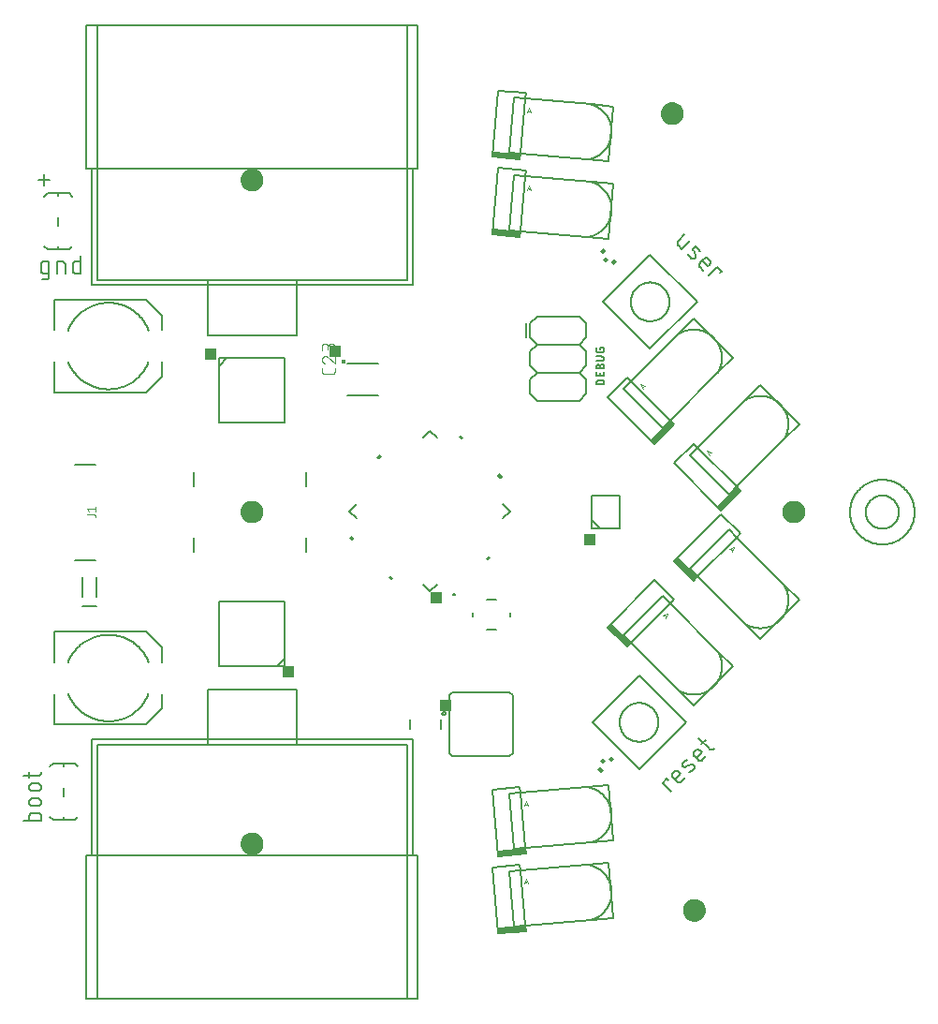
<source format=gbr>
G04 EAGLE Gerber RS-274X export*
G75*
%MOMM*%
%FSLAX34Y34*%
%LPD*%
%INSilkscreen Top*%
%IPPOS*%
%AMOC8*
5,1,8,0,0,1.08239X$1,22.5*%
G01*
%ADD10R,1.000000X1.000000*%
%ADD11C,0.152400*%
%ADD12C,1.000000*%
%ADD13C,0.127000*%
%ADD14C,0.050800*%
%ADD15R,2.500000X0.500000*%
%ADD16C,0.203200*%
%ADD17C,0.400000*%
%ADD18R,0.325000X0.425000*%
%ADD19R,0.350000X0.350000*%
%ADD20C,0.101600*%

G36*
X379293Y465408D02*
X379293Y465408D01*
X379295Y465408D01*
X379378Y465445D01*
X381174Y467241D01*
X381175Y467243D01*
X381177Y467243D01*
X381194Y467288D01*
X381211Y467332D01*
X381210Y467334D01*
X381211Y467336D01*
X381174Y467419D01*
X378480Y470113D01*
X378478Y470114D01*
X378477Y470116D01*
X378433Y470132D01*
X378389Y470150D01*
X378387Y470149D01*
X378385Y470150D01*
X378302Y470113D01*
X376506Y468317D01*
X376505Y468315D01*
X376503Y468314D01*
X376486Y468270D01*
X376469Y468226D01*
X376470Y468224D01*
X376469Y468222D01*
X376506Y468139D01*
X379200Y465445D01*
X379202Y465444D01*
X379203Y465442D01*
X379247Y465425D01*
X379291Y465408D01*
X379293Y465408D01*
G37*
G36*
X280611Y373797D02*
X280611Y373797D01*
X280613Y373796D01*
X280696Y373833D01*
X282492Y375629D01*
X282493Y375631D01*
X282495Y375632D01*
X282511Y375677D01*
X282529Y375721D01*
X282528Y375723D01*
X282529Y375725D01*
X282492Y375808D01*
X279798Y378502D01*
X279796Y378503D01*
X279795Y378505D01*
X279750Y378521D01*
X279707Y378539D01*
X279705Y378538D01*
X279703Y378539D01*
X279619Y378502D01*
X277823Y376706D01*
X277822Y376704D01*
X277820Y376703D01*
X277804Y376658D01*
X277786Y376615D01*
X277787Y376613D01*
X277786Y376610D01*
X277823Y376527D01*
X280517Y373833D01*
X280519Y373832D01*
X280520Y373830D01*
X280565Y373814D01*
X280609Y373796D01*
X280611Y373797D01*
G37*
G36*
X304461Y447731D02*
X304461Y447731D01*
X304463Y447730D01*
X304547Y447767D01*
X307241Y450461D01*
X307241Y450463D01*
X307243Y450464D01*
X307260Y450508D01*
X307278Y450552D01*
X307277Y450554D01*
X307277Y450556D01*
X307241Y450639D01*
X305445Y452436D01*
X305443Y452436D01*
X305442Y452438D01*
X305397Y452455D01*
X305353Y452472D01*
X305351Y452472D01*
X305349Y452472D01*
X305266Y452436D01*
X302572Y449741D01*
X302571Y449739D01*
X302569Y449739D01*
X302553Y449694D01*
X302535Y449650D01*
X302536Y449648D01*
X302535Y449646D01*
X302572Y449563D01*
X304368Y447767D01*
X304370Y447766D01*
X304371Y447764D01*
X304416Y447748D01*
X304459Y447730D01*
X304461Y447731D01*
G37*
G36*
X414648Y430053D02*
X414648Y430053D01*
X414650Y430052D01*
X414734Y430089D01*
X416530Y431885D01*
X416530Y431887D01*
X416532Y431888D01*
X416549Y431933D01*
X416567Y431977D01*
X416566Y431979D01*
X416566Y431981D01*
X416530Y432064D01*
X413836Y434758D01*
X413834Y434759D01*
X413833Y434761D01*
X413788Y434777D01*
X413744Y434795D01*
X413742Y434794D01*
X413740Y434795D01*
X413657Y434758D01*
X411861Y432962D01*
X411860Y432960D01*
X411858Y432959D01*
X411842Y432914D01*
X411824Y432871D01*
X411825Y432869D01*
X411824Y432866D01*
X411861Y432783D01*
X414555Y430089D01*
X414557Y430088D01*
X414558Y430086D01*
X414603Y430070D01*
X414646Y430052D01*
X414648Y430053D01*
G37*
G36*
X403144Y356119D02*
X403144Y356119D01*
X403146Y356119D01*
X403229Y356156D01*
X405923Y358850D01*
X405924Y358852D01*
X405926Y358853D01*
X405942Y358897D01*
X405960Y358941D01*
X405959Y358943D01*
X405960Y358945D01*
X405923Y359028D01*
X404127Y360824D01*
X404125Y360825D01*
X404124Y360827D01*
X404080Y360843D01*
X404036Y360861D01*
X404034Y360860D01*
X404032Y360861D01*
X403948Y360824D01*
X401254Y358130D01*
X401254Y358128D01*
X401252Y358127D01*
X401235Y358083D01*
X401217Y358039D01*
X401218Y358037D01*
X401218Y358035D01*
X401254Y357952D01*
X403050Y356156D01*
X403052Y356155D01*
X403053Y356153D01*
X403098Y356136D01*
X403142Y356119D01*
X403144Y356119D01*
G37*
G36*
X315966Y338442D02*
X315966Y338442D01*
X315968Y338441D01*
X316051Y338478D01*
X317847Y340274D01*
X317848Y340276D01*
X317850Y340277D01*
X317866Y340321D01*
X317884Y340365D01*
X317883Y340367D01*
X317884Y340369D01*
X317847Y340452D01*
X315153Y343147D01*
X315151Y343147D01*
X315150Y343149D01*
X315106Y343166D01*
X315062Y343183D01*
X315060Y343183D01*
X315058Y343183D01*
X314975Y343147D01*
X313179Y341350D01*
X313178Y341348D01*
X313176Y341348D01*
X313159Y341303D01*
X313142Y341259D01*
X313143Y341257D01*
X313142Y341255D01*
X313179Y341172D01*
X315873Y338478D01*
X315875Y338477D01*
X315876Y338475D01*
X315920Y338459D01*
X315964Y338441D01*
X315966Y338442D01*
G37*
D10*
X152808Y542432D03*
X222808Y255480D03*
X356712Y322808D03*
D11*
X7215Y700132D02*
X-3622Y700132D01*
X1797Y705550D02*
X1797Y694713D01*
X1785Y615710D02*
X6301Y615710D01*
X1785Y615710D02*
X1684Y615712D01*
X1583Y615718D01*
X1482Y615727D01*
X1381Y615740D01*
X1281Y615757D01*
X1182Y615778D01*
X1084Y615802D01*
X987Y615830D01*
X890Y615862D01*
X795Y615897D01*
X702Y615936D01*
X610Y615978D01*
X519Y616024D01*
X431Y616073D01*
X344Y616125D01*
X259Y616181D01*
X176Y616239D01*
X96Y616301D01*
X18Y616366D01*
X-58Y616433D01*
X-131Y616503D01*
X-201Y616576D01*
X-268Y616652D01*
X-333Y616730D01*
X-395Y616810D01*
X-453Y616893D01*
X-509Y616978D01*
X-561Y617065D01*
X-610Y617153D01*
X-656Y617244D01*
X-698Y617336D01*
X-737Y617429D01*
X-772Y617524D01*
X-804Y617621D01*
X-832Y617718D01*
X-856Y617816D01*
X-877Y617915D01*
X-894Y618015D01*
X-907Y618116D01*
X-916Y618217D01*
X-922Y618318D01*
X-924Y618419D01*
X-924Y623838D01*
X-922Y623939D01*
X-916Y624040D01*
X-907Y624141D01*
X-894Y624242D01*
X-877Y624342D01*
X-856Y624441D01*
X-832Y624539D01*
X-804Y624636D01*
X-772Y624733D01*
X-737Y624828D01*
X-698Y624921D01*
X-656Y625013D01*
X-610Y625104D01*
X-561Y625193D01*
X-509Y625279D01*
X-453Y625364D01*
X-395Y625447D01*
X-333Y625527D01*
X-268Y625605D01*
X-201Y625681D01*
X-131Y625754D01*
X-58Y625824D01*
X18Y625891D01*
X96Y625956D01*
X176Y626018D01*
X259Y626076D01*
X344Y626132D01*
X431Y626184D01*
X519Y626233D01*
X610Y626279D01*
X702Y626321D01*
X795Y626360D01*
X890Y626395D01*
X987Y626427D01*
X1084Y626455D01*
X1182Y626479D01*
X1281Y626500D01*
X1381Y626517D01*
X1482Y626530D01*
X1583Y626539D01*
X1684Y626545D01*
X1785Y626547D01*
X6301Y626547D01*
X6301Y613001D01*
X6300Y613001D02*
X6298Y612897D01*
X6292Y612794D01*
X6282Y612690D01*
X6268Y612587D01*
X6250Y612485D01*
X6229Y612384D01*
X6203Y612283D01*
X6174Y612184D01*
X6141Y612085D01*
X6104Y611988D01*
X6063Y611893D01*
X6019Y611799D01*
X5971Y611707D01*
X5920Y611617D01*
X5865Y611528D01*
X5807Y611442D01*
X5745Y611359D01*
X5681Y611277D01*
X5613Y611199D01*
X5543Y611123D01*
X5470Y611049D01*
X5393Y610979D01*
X5315Y610911D01*
X5233Y610847D01*
X5150Y610785D01*
X5064Y610727D01*
X4975Y610672D01*
X4885Y610621D01*
X4793Y610573D01*
X4699Y610529D01*
X4604Y610488D01*
X4507Y610451D01*
X4408Y610418D01*
X4309Y610389D01*
X4208Y610363D01*
X4107Y610342D01*
X4005Y610324D01*
X3902Y610310D01*
X3798Y610300D01*
X3695Y610294D01*
X3591Y610292D01*
X3591Y610291D02*
X-21Y610291D01*
X13738Y615710D02*
X13738Y626547D01*
X18254Y626547D01*
X18358Y626545D01*
X18461Y626539D01*
X18565Y626529D01*
X18668Y626515D01*
X18770Y626497D01*
X18871Y626476D01*
X18972Y626450D01*
X19071Y626421D01*
X19170Y626388D01*
X19267Y626351D01*
X19362Y626310D01*
X19456Y626266D01*
X19548Y626218D01*
X19638Y626167D01*
X19727Y626112D01*
X19813Y626054D01*
X19896Y625992D01*
X19978Y625928D01*
X20056Y625860D01*
X20132Y625790D01*
X20206Y625717D01*
X20276Y625640D01*
X20344Y625562D01*
X20408Y625480D01*
X20470Y625397D01*
X20528Y625311D01*
X20583Y625222D01*
X20634Y625132D01*
X20682Y625040D01*
X20726Y624946D01*
X20767Y624851D01*
X20804Y624754D01*
X20837Y624655D01*
X20866Y624556D01*
X20892Y624455D01*
X20913Y624354D01*
X20931Y624252D01*
X20945Y624149D01*
X20955Y624045D01*
X20961Y623942D01*
X20963Y623838D01*
X20963Y615710D01*
X34958Y615710D02*
X34958Y631966D01*
X34958Y615710D02*
X30442Y615710D01*
X30341Y615712D01*
X30240Y615718D01*
X30139Y615727D01*
X30038Y615740D01*
X29938Y615757D01*
X29839Y615778D01*
X29741Y615802D01*
X29644Y615830D01*
X29547Y615862D01*
X29452Y615897D01*
X29359Y615936D01*
X29267Y615978D01*
X29176Y616024D01*
X29088Y616073D01*
X29001Y616125D01*
X28916Y616181D01*
X28833Y616239D01*
X28753Y616301D01*
X28675Y616366D01*
X28599Y616433D01*
X28526Y616503D01*
X28456Y616576D01*
X28389Y616652D01*
X28324Y616730D01*
X28262Y616810D01*
X28204Y616893D01*
X28148Y616978D01*
X28096Y617065D01*
X28047Y617153D01*
X28001Y617244D01*
X27959Y617336D01*
X27920Y617429D01*
X27885Y617524D01*
X27853Y617621D01*
X27825Y617718D01*
X27801Y617816D01*
X27780Y617915D01*
X27763Y618015D01*
X27750Y618116D01*
X27741Y618217D01*
X27735Y618318D01*
X27733Y618419D01*
X27733Y623838D01*
X27735Y623939D01*
X27741Y624040D01*
X27750Y624141D01*
X27763Y624242D01*
X27780Y624342D01*
X27801Y624441D01*
X27825Y624539D01*
X27853Y624636D01*
X27885Y624733D01*
X27920Y624828D01*
X27959Y624921D01*
X28001Y625013D01*
X28047Y625104D01*
X28096Y625193D01*
X28148Y625279D01*
X28204Y625364D01*
X28262Y625447D01*
X28324Y625527D01*
X28389Y625605D01*
X28456Y625681D01*
X28526Y625754D01*
X28599Y625824D01*
X28675Y625891D01*
X28753Y625956D01*
X28833Y626018D01*
X28916Y626076D01*
X29001Y626132D01*
X29088Y626184D01*
X29176Y626233D01*
X29267Y626279D01*
X29359Y626321D01*
X29452Y626360D01*
X29547Y626395D01*
X29644Y626427D01*
X29741Y626455D01*
X29839Y626479D01*
X29938Y626500D01*
X30038Y626517D01*
X30139Y626530D01*
X30240Y626539D01*
X30341Y626545D01*
X30442Y626547D01*
X34958Y626547D01*
X561289Y155173D02*
X568952Y147510D01*
X561289Y155173D02*
X565120Y159004D01*
X566398Y157727D01*
X578176Y156734D02*
X581369Y159927D01*
X578177Y156734D02*
X578102Y156662D01*
X578024Y156593D01*
X577944Y156527D01*
X577862Y156464D01*
X577777Y156405D01*
X577690Y156348D01*
X577600Y156295D01*
X577509Y156246D01*
X577416Y156200D01*
X577322Y156157D01*
X577225Y156118D01*
X577128Y156083D01*
X577029Y156052D01*
X576929Y156025D01*
X576828Y156001D01*
X576726Y155981D01*
X576623Y155965D01*
X576520Y155953D01*
X576417Y155945D01*
X576313Y155941D01*
X576209Y155941D01*
X576105Y155945D01*
X576002Y155953D01*
X575899Y155965D01*
X575796Y155981D01*
X575694Y156001D01*
X575593Y156025D01*
X575493Y156052D01*
X575394Y156083D01*
X575297Y156118D01*
X575200Y156157D01*
X575106Y156200D01*
X575013Y156246D01*
X574922Y156295D01*
X574832Y156348D01*
X574745Y156405D01*
X574660Y156464D01*
X574578Y156527D01*
X574498Y156593D01*
X574420Y156662D01*
X574345Y156734D01*
X571152Y159927D01*
X571069Y160013D01*
X570989Y160101D01*
X570912Y160192D01*
X570837Y160286D01*
X570766Y160382D01*
X570699Y160480D01*
X570634Y160581D01*
X570573Y160684D01*
X570515Y160788D01*
X570461Y160895D01*
X570410Y161003D01*
X570363Y161113D01*
X570320Y161224D01*
X570280Y161336D01*
X570244Y161450D01*
X570212Y161565D01*
X570184Y161681D01*
X570159Y161798D01*
X570138Y161916D01*
X570122Y162034D01*
X570109Y162153D01*
X570100Y162272D01*
X570095Y162391D01*
X570094Y162511D01*
X570097Y162630D01*
X570104Y162750D01*
X570115Y162868D01*
X570130Y162987D01*
X570148Y163105D01*
X570171Y163222D01*
X570197Y163339D01*
X570228Y163454D01*
X570262Y163569D01*
X570300Y163682D01*
X570341Y163794D01*
X570386Y163905D01*
X570435Y164014D01*
X570488Y164121D01*
X570544Y164226D01*
X570603Y164330D01*
X570666Y164432D01*
X570732Y164531D01*
X570801Y164628D01*
X570874Y164723D01*
X570950Y164815D01*
X571028Y164905D01*
X571110Y164992D01*
X571195Y165077D01*
X571282Y165159D01*
X571372Y165237D01*
X571464Y165313D01*
X571559Y165386D01*
X571656Y165455D01*
X571756Y165521D01*
X571857Y165584D01*
X571961Y165643D01*
X572066Y165699D01*
X572174Y165752D01*
X572282Y165801D01*
X572393Y165846D01*
X572505Y165887D01*
X572618Y165925D01*
X572733Y165959D01*
X572848Y165990D01*
X572965Y166016D01*
X573082Y166039D01*
X573200Y166057D01*
X573319Y166072D01*
X573438Y166083D01*
X573557Y166090D01*
X573676Y166093D01*
X573796Y166092D01*
X573915Y166087D01*
X574034Y166078D01*
X574153Y166065D01*
X574271Y166049D01*
X574389Y166028D01*
X574506Y166003D01*
X574622Y165975D01*
X574737Y165943D01*
X574851Y165907D01*
X574963Y165867D01*
X575074Y165824D01*
X575184Y165777D01*
X575292Y165726D01*
X575399Y165672D01*
X575503Y165614D01*
X575606Y165553D01*
X575707Y165488D01*
X575805Y165421D01*
X575901Y165350D01*
X575995Y165275D01*
X576086Y165198D01*
X576174Y165118D01*
X576260Y165035D01*
X576261Y165036D02*
X577538Y163759D01*
X572429Y158650D01*
X582327Y169825D02*
X586798Y171741D01*
X582328Y169825D02*
X582239Y169790D01*
X582149Y169757D01*
X582058Y169729D01*
X581965Y169704D01*
X581872Y169683D01*
X581778Y169666D01*
X581683Y169653D01*
X581588Y169643D01*
X581493Y169638D01*
X581397Y169636D01*
X581302Y169638D01*
X581206Y169644D01*
X581111Y169654D01*
X581017Y169668D01*
X580923Y169686D01*
X580830Y169708D01*
X580738Y169733D01*
X580647Y169762D01*
X580557Y169795D01*
X580468Y169831D01*
X580382Y169871D01*
X580297Y169915D01*
X580213Y169962D01*
X580132Y170012D01*
X580053Y170066D01*
X579976Y170123D01*
X579901Y170182D01*
X579829Y170245D01*
X579760Y170311D01*
X579693Y170379D01*
X579630Y170451D01*
X579569Y170524D01*
X579511Y170600D01*
X579456Y170679D01*
X579405Y170759D01*
X579357Y170842D01*
X579312Y170927D01*
X579271Y171013D01*
X579234Y171101D01*
X579200Y171190D01*
X579169Y171281D01*
X579143Y171373D01*
X579120Y171465D01*
X579101Y171559D01*
X579086Y171653D01*
X579074Y171748D01*
X579067Y171844D01*
X579063Y171939D01*
X579064Y172035D01*
X579068Y172130D01*
X579076Y172225D01*
X579088Y172320D01*
X579104Y172414D01*
X579124Y172508D01*
X579147Y172601D01*
X579175Y172692D01*
X579206Y172783D01*
X579240Y172872D01*
X579279Y172959D01*
X579320Y173045D01*
X579366Y173129D01*
X579414Y173212D01*
X579466Y173292D01*
X579521Y173370D01*
X579580Y173446D01*
X579641Y173519D01*
X579706Y173590D01*
X579773Y173658D01*
X579773Y173657D02*
X579952Y173827D01*
X580135Y173992D01*
X580322Y174153D01*
X580513Y174309D01*
X580707Y174461D01*
X580905Y174608D01*
X581106Y174750D01*
X581311Y174888D01*
X581519Y175020D01*
X581730Y175148D01*
X581945Y175270D01*
X582162Y175387D01*
X582381Y175499D01*
X582604Y175605D01*
X582829Y175706D01*
X583056Y175802D01*
X583286Y175892D01*
X586797Y171742D02*
X586886Y171777D01*
X586976Y171810D01*
X587067Y171838D01*
X587160Y171863D01*
X587253Y171884D01*
X587347Y171901D01*
X587442Y171914D01*
X587537Y171924D01*
X587632Y171929D01*
X587728Y171931D01*
X587823Y171929D01*
X587919Y171923D01*
X588014Y171913D01*
X588108Y171899D01*
X588202Y171881D01*
X588295Y171859D01*
X588387Y171834D01*
X588478Y171805D01*
X588568Y171772D01*
X588657Y171736D01*
X588743Y171696D01*
X588828Y171652D01*
X588912Y171605D01*
X588993Y171555D01*
X589072Y171501D01*
X589149Y171444D01*
X589224Y171385D01*
X589296Y171322D01*
X589365Y171256D01*
X589432Y171188D01*
X589495Y171116D01*
X589556Y171043D01*
X589614Y170967D01*
X589669Y170888D01*
X589720Y170808D01*
X589768Y170725D01*
X589813Y170640D01*
X589854Y170554D01*
X589891Y170466D01*
X589925Y170377D01*
X589956Y170286D01*
X589982Y170194D01*
X590005Y170102D01*
X590024Y170008D01*
X590039Y169914D01*
X590051Y169819D01*
X590058Y169723D01*
X590062Y169628D01*
X590061Y169532D01*
X590057Y169437D01*
X590049Y169342D01*
X590037Y169247D01*
X590021Y169153D01*
X590001Y169059D01*
X589978Y168966D01*
X589950Y168875D01*
X589919Y168784D01*
X589885Y168695D01*
X589847Y168608D01*
X589805Y168522D01*
X589759Y168438D01*
X589711Y168355D01*
X589659Y168275D01*
X589604Y168197D01*
X589545Y168121D01*
X589484Y168048D01*
X589419Y167977D01*
X589352Y167909D01*
X589352Y167910D02*
X589089Y167661D01*
X588820Y167418D01*
X588546Y167181D01*
X588266Y166951D01*
X587981Y166728D01*
X587691Y166511D01*
X587396Y166301D01*
X587095Y166099D01*
X586790Y165903D01*
X586481Y165715D01*
X586167Y165534D01*
X585849Y165361D01*
X585527Y165195D01*
X585201Y165037D01*
X597335Y175892D02*
X600528Y179085D01*
X597335Y175892D02*
X597260Y175820D01*
X597182Y175751D01*
X597102Y175685D01*
X597020Y175622D01*
X596935Y175563D01*
X596848Y175506D01*
X596758Y175453D01*
X596667Y175404D01*
X596574Y175358D01*
X596480Y175315D01*
X596383Y175276D01*
X596286Y175241D01*
X596187Y175210D01*
X596087Y175183D01*
X595986Y175159D01*
X595884Y175139D01*
X595781Y175123D01*
X595678Y175111D01*
X595575Y175103D01*
X595471Y175099D01*
X595367Y175099D01*
X595263Y175103D01*
X595160Y175111D01*
X595057Y175123D01*
X594954Y175139D01*
X594852Y175159D01*
X594751Y175183D01*
X594651Y175210D01*
X594552Y175241D01*
X594455Y175276D01*
X594358Y175315D01*
X594264Y175358D01*
X594171Y175404D01*
X594080Y175453D01*
X593990Y175506D01*
X593903Y175563D01*
X593818Y175622D01*
X593736Y175685D01*
X593656Y175751D01*
X593578Y175820D01*
X593503Y175892D01*
X590310Y179085D01*
X590311Y179086D02*
X590228Y179172D01*
X590148Y179260D01*
X590071Y179351D01*
X589996Y179445D01*
X589925Y179541D01*
X589858Y179639D01*
X589793Y179740D01*
X589732Y179843D01*
X589674Y179947D01*
X589620Y180054D01*
X589569Y180162D01*
X589522Y180272D01*
X589479Y180383D01*
X589439Y180495D01*
X589403Y180609D01*
X589371Y180724D01*
X589343Y180840D01*
X589318Y180957D01*
X589297Y181075D01*
X589281Y181193D01*
X589268Y181312D01*
X589259Y181431D01*
X589254Y181550D01*
X589253Y181670D01*
X589256Y181789D01*
X589263Y181909D01*
X589274Y182027D01*
X589289Y182146D01*
X589307Y182264D01*
X589330Y182381D01*
X589356Y182498D01*
X589387Y182613D01*
X589421Y182728D01*
X589459Y182841D01*
X589500Y182953D01*
X589545Y183064D01*
X589594Y183173D01*
X589647Y183280D01*
X589703Y183385D01*
X589762Y183489D01*
X589825Y183591D01*
X589891Y183690D01*
X589960Y183787D01*
X590033Y183882D01*
X590109Y183974D01*
X590187Y184064D01*
X590269Y184151D01*
X590354Y184236D01*
X590441Y184318D01*
X590531Y184396D01*
X590623Y184472D01*
X590718Y184545D01*
X590815Y184614D01*
X590915Y184680D01*
X591016Y184743D01*
X591120Y184802D01*
X591225Y184858D01*
X591333Y184911D01*
X591441Y184960D01*
X591552Y185005D01*
X591664Y185046D01*
X591777Y185084D01*
X591892Y185118D01*
X592007Y185149D01*
X592124Y185175D01*
X592241Y185198D01*
X592359Y185216D01*
X592478Y185231D01*
X592597Y185242D01*
X592716Y185249D01*
X592835Y185252D01*
X592955Y185251D01*
X593074Y185246D01*
X593193Y185237D01*
X593312Y185224D01*
X593430Y185208D01*
X593548Y185187D01*
X593665Y185162D01*
X593781Y185134D01*
X593896Y185102D01*
X594010Y185066D01*
X594122Y185026D01*
X594233Y184983D01*
X594343Y184936D01*
X594451Y184885D01*
X594558Y184831D01*
X594662Y184773D01*
X594765Y184712D01*
X594866Y184647D01*
X594964Y184580D01*
X595060Y184509D01*
X595154Y184434D01*
X595245Y184357D01*
X595333Y184277D01*
X595419Y184194D01*
X596696Y182917D01*
X591587Y177808D01*
X596418Y190302D02*
X600249Y194133D01*
X593863Y195410D02*
X603442Y185831D01*
X603515Y185761D01*
X603591Y185694D01*
X603669Y185629D01*
X603749Y185567D01*
X603832Y185509D01*
X603917Y185453D01*
X604004Y185401D01*
X604092Y185352D01*
X604183Y185306D01*
X604275Y185264D01*
X604368Y185225D01*
X604463Y185190D01*
X604560Y185158D01*
X604657Y185130D01*
X604755Y185106D01*
X604854Y185085D01*
X604954Y185068D01*
X605055Y185055D01*
X605156Y185046D01*
X605257Y185040D01*
X605358Y185038D01*
X605459Y185040D01*
X605560Y185046D01*
X605661Y185055D01*
X605762Y185068D01*
X605862Y185085D01*
X605961Y185106D01*
X606059Y185130D01*
X606157Y185158D01*
X606253Y185190D01*
X606348Y185225D01*
X606441Y185264D01*
X606533Y185306D01*
X606624Y185352D01*
X606713Y185401D01*
X606799Y185453D01*
X606884Y185509D01*
X606967Y185567D01*
X607047Y185629D01*
X607125Y185694D01*
X607201Y185761D01*
X607274Y185831D01*
X607912Y186470D01*
X575561Y644916D02*
X581309Y650663D01*
X575561Y644916D02*
X575489Y644841D01*
X575420Y644763D01*
X575354Y644683D01*
X575291Y644601D01*
X575232Y644516D01*
X575175Y644429D01*
X575122Y644339D01*
X575073Y644248D01*
X575027Y644155D01*
X574984Y644061D01*
X574945Y643964D01*
X574910Y643867D01*
X574879Y643768D01*
X574852Y643668D01*
X574828Y643567D01*
X574808Y643465D01*
X574792Y643362D01*
X574780Y643259D01*
X574772Y643156D01*
X574768Y643052D01*
X574768Y642948D01*
X574772Y642844D01*
X574780Y642741D01*
X574792Y642638D01*
X574808Y642535D01*
X574828Y642433D01*
X574852Y642332D01*
X574879Y642232D01*
X574910Y642133D01*
X574945Y642036D01*
X574984Y641939D01*
X575027Y641845D01*
X575073Y641752D01*
X575122Y641661D01*
X575175Y641571D01*
X575232Y641484D01*
X575291Y641399D01*
X575354Y641317D01*
X575420Y641237D01*
X575489Y641159D01*
X575561Y641084D01*
X578754Y637891D01*
X586418Y645554D01*
X589021Y636565D02*
X590937Y632094D01*
X589021Y636564D02*
X588986Y636653D01*
X588953Y636743D01*
X588925Y636834D01*
X588900Y636927D01*
X588879Y637020D01*
X588862Y637114D01*
X588849Y637209D01*
X588839Y637304D01*
X588834Y637399D01*
X588832Y637495D01*
X588834Y637590D01*
X588840Y637686D01*
X588850Y637781D01*
X588864Y637875D01*
X588882Y637969D01*
X588904Y638062D01*
X588929Y638154D01*
X588958Y638245D01*
X588991Y638335D01*
X589027Y638424D01*
X589067Y638510D01*
X589111Y638595D01*
X589158Y638679D01*
X589208Y638760D01*
X589262Y638839D01*
X589319Y638916D01*
X589378Y638991D01*
X589441Y639063D01*
X589507Y639132D01*
X589575Y639199D01*
X589647Y639262D01*
X589720Y639323D01*
X589796Y639381D01*
X589875Y639436D01*
X589955Y639487D01*
X590038Y639535D01*
X590123Y639580D01*
X590209Y639621D01*
X590297Y639658D01*
X590386Y639692D01*
X590477Y639723D01*
X590569Y639749D01*
X590661Y639772D01*
X590755Y639791D01*
X590849Y639806D01*
X590944Y639818D01*
X591040Y639825D01*
X591135Y639829D01*
X591231Y639828D01*
X591326Y639824D01*
X591421Y639816D01*
X591516Y639804D01*
X591610Y639788D01*
X591704Y639768D01*
X591797Y639745D01*
X591888Y639717D01*
X591979Y639686D01*
X592068Y639652D01*
X592155Y639613D01*
X592241Y639572D01*
X592325Y639526D01*
X592408Y639478D01*
X592488Y639426D01*
X592566Y639371D01*
X592642Y639312D01*
X592715Y639251D01*
X592786Y639186D01*
X592854Y639119D01*
X592853Y639119D02*
X593023Y638940D01*
X593188Y638757D01*
X593349Y638570D01*
X593505Y638379D01*
X593657Y638185D01*
X593804Y637987D01*
X593946Y637786D01*
X594084Y637581D01*
X594216Y637373D01*
X594344Y637162D01*
X594466Y636947D01*
X594583Y636730D01*
X594695Y636511D01*
X594801Y636288D01*
X594902Y636063D01*
X594998Y635836D01*
X595088Y635606D01*
X590938Y632095D02*
X590973Y632006D01*
X591006Y631916D01*
X591034Y631825D01*
X591059Y631732D01*
X591080Y631639D01*
X591097Y631545D01*
X591110Y631450D01*
X591120Y631355D01*
X591125Y631260D01*
X591127Y631164D01*
X591125Y631069D01*
X591119Y630973D01*
X591109Y630878D01*
X591095Y630784D01*
X591077Y630690D01*
X591055Y630597D01*
X591030Y630505D01*
X591001Y630414D01*
X590968Y630324D01*
X590932Y630235D01*
X590892Y630149D01*
X590848Y630064D01*
X590801Y629980D01*
X590751Y629899D01*
X590697Y629820D01*
X590640Y629743D01*
X590581Y629668D01*
X590518Y629596D01*
X590452Y629527D01*
X590384Y629460D01*
X590312Y629397D01*
X590239Y629336D01*
X590163Y629278D01*
X590084Y629223D01*
X590004Y629172D01*
X589921Y629124D01*
X589836Y629079D01*
X589750Y629038D01*
X589662Y629001D01*
X589573Y628967D01*
X589482Y628936D01*
X589390Y628910D01*
X589298Y628887D01*
X589204Y628868D01*
X589110Y628853D01*
X589015Y628841D01*
X588919Y628834D01*
X588824Y628830D01*
X588728Y628831D01*
X588633Y628835D01*
X588538Y628843D01*
X588443Y628855D01*
X588349Y628871D01*
X588255Y628891D01*
X588162Y628914D01*
X588071Y628942D01*
X587980Y628973D01*
X587891Y629007D01*
X587804Y629045D01*
X587718Y629087D01*
X587634Y629133D01*
X587551Y629181D01*
X587471Y629233D01*
X587393Y629288D01*
X587317Y629347D01*
X587244Y629408D01*
X587173Y629473D01*
X587105Y629540D01*
X586856Y629803D01*
X586613Y630072D01*
X586376Y630346D01*
X586146Y630626D01*
X585923Y630911D01*
X585706Y631201D01*
X585496Y631496D01*
X585294Y631797D01*
X585098Y632102D01*
X584910Y632411D01*
X584729Y632725D01*
X584556Y633043D01*
X584390Y633365D01*
X584232Y633691D01*
X595088Y621557D02*
X598281Y618364D01*
X595088Y621557D02*
X595018Y621630D01*
X594951Y621706D01*
X594886Y621784D01*
X594824Y621864D01*
X594766Y621947D01*
X594710Y622032D01*
X594658Y622119D01*
X594609Y622207D01*
X594563Y622298D01*
X594521Y622390D01*
X594482Y622483D01*
X594447Y622578D01*
X594415Y622675D01*
X594387Y622772D01*
X594363Y622870D01*
X594342Y622969D01*
X594325Y623069D01*
X594312Y623170D01*
X594303Y623271D01*
X594297Y623372D01*
X594295Y623473D01*
X594297Y623574D01*
X594303Y623675D01*
X594312Y623776D01*
X594325Y623877D01*
X594342Y623977D01*
X594363Y624076D01*
X594387Y624174D01*
X594415Y624272D01*
X594447Y624368D01*
X594482Y624463D01*
X594521Y624556D01*
X594563Y624648D01*
X594609Y624739D01*
X594658Y624828D01*
X594710Y624914D01*
X594766Y624999D01*
X594824Y625082D01*
X594886Y625162D01*
X594951Y625240D01*
X595018Y625316D01*
X595088Y625389D01*
X598281Y628582D01*
X598282Y628581D02*
X598368Y628664D01*
X598456Y628744D01*
X598547Y628821D01*
X598641Y628896D01*
X598737Y628967D01*
X598835Y629034D01*
X598936Y629099D01*
X599039Y629160D01*
X599143Y629218D01*
X599250Y629272D01*
X599358Y629323D01*
X599468Y629370D01*
X599579Y629413D01*
X599691Y629453D01*
X599805Y629489D01*
X599920Y629521D01*
X600036Y629549D01*
X600153Y629574D01*
X600271Y629595D01*
X600389Y629611D01*
X600508Y629624D01*
X600627Y629633D01*
X600746Y629638D01*
X600866Y629639D01*
X600985Y629636D01*
X601105Y629629D01*
X601223Y629618D01*
X601342Y629603D01*
X601460Y629585D01*
X601577Y629562D01*
X601694Y629536D01*
X601809Y629505D01*
X601924Y629471D01*
X602037Y629433D01*
X602149Y629392D01*
X602260Y629347D01*
X602369Y629298D01*
X602476Y629245D01*
X602581Y629189D01*
X602685Y629130D01*
X602787Y629067D01*
X602886Y629001D01*
X602983Y628932D01*
X603078Y628859D01*
X603170Y628783D01*
X603260Y628705D01*
X603347Y628623D01*
X603432Y628538D01*
X603514Y628451D01*
X603592Y628361D01*
X603668Y628269D01*
X603741Y628174D01*
X603810Y628077D01*
X603876Y627978D01*
X603939Y627876D01*
X603998Y627772D01*
X604054Y627667D01*
X604107Y627560D01*
X604156Y627451D01*
X604201Y627340D01*
X604242Y627228D01*
X604280Y627115D01*
X604314Y627000D01*
X604345Y626885D01*
X604371Y626768D01*
X604394Y626651D01*
X604412Y626533D01*
X604427Y626414D01*
X604438Y626296D01*
X604445Y626176D01*
X604448Y626057D01*
X604447Y625937D01*
X604442Y625818D01*
X604433Y625699D01*
X604420Y625580D01*
X604404Y625462D01*
X604383Y625344D01*
X604358Y625227D01*
X604330Y625111D01*
X604298Y624996D01*
X604262Y624882D01*
X604222Y624770D01*
X604179Y624659D01*
X604132Y624549D01*
X604081Y624441D01*
X604027Y624334D01*
X603969Y624230D01*
X603908Y624127D01*
X603843Y624026D01*
X603776Y623928D01*
X603705Y623832D01*
X603630Y623738D01*
X603553Y623647D01*
X603473Y623559D01*
X603390Y623473D01*
X602113Y622196D01*
X597004Y627305D01*
X610843Y621128D02*
X603180Y613465D01*
X610843Y621128D02*
X614675Y617297D01*
X613398Y616020D01*
X-762Y120762D02*
X-17018Y120762D01*
X-762Y120762D02*
X-762Y125278D01*
X-764Y125382D01*
X-770Y125485D01*
X-780Y125589D01*
X-794Y125692D01*
X-812Y125794D01*
X-833Y125895D01*
X-859Y125996D01*
X-888Y126095D01*
X-921Y126194D01*
X-958Y126291D01*
X-999Y126386D01*
X-1043Y126480D01*
X-1091Y126572D01*
X-1142Y126662D01*
X-1197Y126751D01*
X-1255Y126837D01*
X-1317Y126920D01*
X-1381Y127002D01*
X-1449Y127080D01*
X-1519Y127156D01*
X-1592Y127230D01*
X-1669Y127300D01*
X-1747Y127368D01*
X-1829Y127432D01*
X-1912Y127494D01*
X-1998Y127552D01*
X-2087Y127607D01*
X-2177Y127658D01*
X-2269Y127706D01*
X-2363Y127750D01*
X-2458Y127791D01*
X-2555Y127828D01*
X-2654Y127861D01*
X-2753Y127890D01*
X-2854Y127916D01*
X-2955Y127937D01*
X-3057Y127955D01*
X-3160Y127969D01*
X-3264Y127979D01*
X-3367Y127985D01*
X-3471Y127987D01*
X-8890Y127987D01*
X-8991Y127985D01*
X-9092Y127979D01*
X-9193Y127970D01*
X-9294Y127957D01*
X-9394Y127940D01*
X-9493Y127919D01*
X-9591Y127895D01*
X-9688Y127867D01*
X-9785Y127835D01*
X-9880Y127800D01*
X-9973Y127761D01*
X-10065Y127719D01*
X-10156Y127673D01*
X-10244Y127624D01*
X-10331Y127572D01*
X-10416Y127516D01*
X-10499Y127458D01*
X-10579Y127396D01*
X-10657Y127331D01*
X-10733Y127264D01*
X-10806Y127194D01*
X-10876Y127121D01*
X-10943Y127045D01*
X-11008Y126967D01*
X-11070Y126887D01*
X-11128Y126804D01*
X-11184Y126719D01*
X-11236Y126633D01*
X-11285Y126544D01*
X-11331Y126453D01*
X-11373Y126361D01*
X-11412Y126268D01*
X-11447Y126173D01*
X-11479Y126076D01*
X-11507Y125979D01*
X-11531Y125881D01*
X-11552Y125782D01*
X-11569Y125682D01*
X-11582Y125581D01*
X-11591Y125480D01*
X-11597Y125379D01*
X-11599Y125278D01*
X-11599Y120762D01*
X-7987Y134236D02*
X-4374Y134236D01*
X-7987Y134236D02*
X-8106Y134238D01*
X-8226Y134244D01*
X-8345Y134254D01*
X-8463Y134268D01*
X-8582Y134285D01*
X-8699Y134307D01*
X-8816Y134332D01*
X-8931Y134362D01*
X-9046Y134395D01*
X-9160Y134432D01*
X-9272Y134472D01*
X-9383Y134517D01*
X-9492Y134565D01*
X-9600Y134616D01*
X-9706Y134671D01*
X-9810Y134730D01*
X-9912Y134792D01*
X-10012Y134857D01*
X-10110Y134926D01*
X-10206Y134998D01*
X-10299Y135073D01*
X-10389Y135150D01*
X-10477Y135231D01*
X-10562Y135315D01*
X-10644Y135402D01*
X-10724Y135491D01*
X-10800Y135583D01*
X-10874Y135677D01*
X-10944Y135774D01*
X-11011Y135872D01*
X-11075Y135973D01*
X-11135Y136077D01*
X-11192Y136182D01*
X-11245Y136289D01*
X-11295Y136397D01*
X-11341Y136507D01*
X-11383Y136619D01*
X-11422Y136732D01*
X-11457Y136846D01*
X-11488Y136961D01*
X-11516Y137078D01*
X-11539Y137195D01*
X-11559Y137312D01*
X-11575Y137431D01*
X-11587Y137550D01*
X-11595Y137669D01*
X-11599Y137788D01*
X-11599Y137908D01*
X-11595Y138027D01*
X-11587Y138146D01*
X-11575Y138265D01*
X-11559Y138384D01*
X-11539Y138501D01*
X-11516Y138618D01*
X-11488Y138735D01*
X-11457Y138850D01*
X-11422Y138964D01*
X-11383Y139077D01*
X-11341Y139189D01*
X-11295Y139299D01*
X-11245Y139407D01*
X-11192Y139514D01*
X-11135Y139619D01*
X-11075Y139723D01*
X-11011Y139824D01*
X-10944Y139922D01*
X-10874Y140019D01*
X-10800Y140113D01*
X-10724Y140205D01*
X-10644Y140294D01*
X-10562Y140381D01*
X-10477Y140465D01*
X-10389Y140546D01*
X-10299Y140623D01*
X-10206Y140698D01*
X-10110Y140770D01*
X-10012Y140839D01*
X-9912Y140904D01*
X-9810Y140966D01*
X-9706Y141025D01*
X-9600Y141080D01*
X-9492Y141131D01*
X-9383Y141179D01*
X-9272Y141224D01*
X-9160Y141264D01*
X-9046Y141301D01*
X-8931Y141334D01*
X-8816Y141364D01*
X-8699Y141389D01*
X-8582Y141411D01*
X-8463Y141428D01*
X-8345Y141442D01*
X-8226Y141452D01*
X-8106Y141458D01*
X-7987Y141460D01*
X-7987Y141461D02*
X-4374Y141461D01*
X-4374Y141460D02*
X-4255Y141458D01*
X-4135Y141452D01*
X-4016Y141442D01*
X-3898Y141428D01*
X-3779Y141411D01*
X-3662Y141389D01*
X-3545Y141364D01*
X-3430Y141334D01*
X-3315Y141301D01*
X-3201Y141264D01*
X-3089Y141224D01*
X-2978Y141179D01*
X-2869Y141131D01*
X-2761Y141080D01*
X-2655Y141025D01*
X-2551Y140966D01*
X-2449Y140904D01*
X-2349Y140839D01*
X-2251Y140770D01*
X-2155Y140698D01*
X-2062Y140623D01*
X-1972Y140546D01*
X-1884Y140465D01*
X-1799Y140381D01*
X-1717Y140294D01*
X-1637Y140205D01*
X-1561Y140113D01*
X-1487Y140019D01*
X-1417Y139922D01*
X-1350Y139824D01*
X-1286Y139723D01*
X-1226Y139619D01*
X-1169Y139514D01*
X-1116Y139407D01*
X-1066Y139299D01*
X-1020Y139189D01*
X-978Y139077D01*
X-939Y138964D01*
X-904Y138850D01*
X-873Y138735D01*
X-845Y138618D01*
X-822Y138501D01*
X-802Y138384D01*
X-786Y138265D01*
X-774Y138146D01*
X-766Y138027D01*
X-762Y137908D01*
X-762Y137788D01*
X-766Y137669D01*
X-774Y137550D01*
X-786Y137431D01*
X-802Y137312D01*
X-822Y137195D01*
X-845Y137078D01*
X-873Y136961D01*
X-904Y136846D01*
X-939Y136732D01*
X-978Y136619D01*
X-1020Y136507D01*
X-1066Y136397D01*
X-1116Y136289D01*
X-1169Y136182D01*
X-1226Y136077D01*
X-1286Y135973D01*
X-1350Y135872D01*
X-1417Y135774D01*
X-1487Y135677D01*
X-1561Y135583D01*
X-1637Y135491D01*
X-1717Y135402D01*
X-1799Y135315D01*
X-1884Y135231D01*
X-1972Y135150D01*
X-2062Y135073D01*
X-2155Y134998D01*
X-2251Y134926D01*
X-2349Y134857D01*
X-2449Y134792D01*
X-2551Y134730D01*
X-2655Y134671D01*
X-2761Y134616D01*
X-2869Y134565D01*
X-2978Y134517D01*
X-3089Y134472D01*
X-3201Y134432D01*
X-3315Y134395D01*
X-3430Y134362D01*
X-3545Y134332D01*
X-3662Y134307D01*
X-3779Y134285D01*
X-3898Y134268D01*
X-4016Y134254D01*
X-4135Y134244D01*
X-4255Y134238D01*
X-4374Y134236D01*
X-4374Y147783D02*
X-7987Y147783D01*
X-8106Y147785D01*
X-8226Y147791D01*
X-8345Y147801D01*
X-8463Y147815D01*
X-8582Y147832D01*
X-8699Y147854D01*
X-8816Y147879D01*
X-8931Y147909D01*
X-9046Y147942D01*
X-9160Y147979D01*
X-9272Y148019D01*
X-9383Y148064D01*
X-9492Y148112D01*
X-9600Y148163D01*
X-9706Y148218D01*
X-9810Y148277D01*
X-9912Y148339D01*
X-10012Y148404D01*
X-10110Y148473D01*
X-10206Y148545D01*
X-10299Y148620D01*
X-10389Y148697D01*
X-10477Y148778D01*
X-10562Y148862D01*
X-10644Y148949D01*
X-10724Y149038D01*
X-10800Y149130D01*
X-10874Y149224D01*
X-10944Y149321D01*
X-11011Y149419D01*
X-11075Y149520D01*
X-11135Y149624D01*
X-11192Y149729D01*
X-11245Y149836D01*
X-11295Y149944D01*
X-11341Y150054D01*
X-11383Y150166D01*
X-11422Y150279D01*
X-11457Y150393D01*
X-11488Y150508D01*
X-11516Y150625D01*
X-11539Y150742D01*
X-11559Y150859D01*
X-11575Y150978D01*
X-11587Y151097D01*
X-11595Y151216D01*
X-11599Y151335D01*
X-11599Y151455D01*
X-11595Y151574D01*
X-11587Y151693D01*
X-11575Y151812D01*
X-11559Y151931D01*
X-11539Y152048D01*
X-11516Y152165D01*
X-11488Y152282D01*
X-11457Y152397D01*
X-11422Y152511D01*
X-11383Y152624D01*
X-11341Y152736D01*
X-11295Y152846D01*
X-11245Y152954D01*
X-11192Y153061D01*
X-11135Y153166D01*
X-11075Y153270D01*
X-11011Y153371D01*
X-10944Y153469D01*
X-10874Y153566D01*
X-10800Y153660D01*
X-10724Y153752D01*
X-10644Y153841D01*
X-10562Y153928D01*
X-10477Y154012D01*
X-10389Y154093D01*
X-10299Y154170D01*
X-10206Y154245D01*
X-10110Y154317D01*
X-10012Y154386D01*
X-9912Y154451D01*
X-9810Y154513D01*
X-9706Y154572D01*
X-9600Y154627D01*
X-9492Y154678D01*
X-9383Y154726D01*
X-9272Y154771D01*
X-9160Y154811D01*
X-9046Y154848D01*
X-8931Y154881D01*
X-8816Y154911D01*
X-8699Y154936D01*
X-8582Y154958D01*
X-8463Y154975D01*
X-8345Y154989D01*
X-8226Y154999D01*
X-8106Y155005D01*
X-7987Y155007D01*
X-7987Y155008D02*
X-4374Y155008D01*
X-4374Y155007D02*
X-4255Y155005D01*
X-4135Y154999D01*
X-4016Y154989D01*
X-3898Y154975D01*
X-3779Y154958D01*
X-3662Y154936D01*
X-3545Y154911D01*
X-3430Y154881D01*
X-3315Y154848D01*
X-3201Y154811D01*
X-3089Y154771D01*
X-2978Y154726D01*
X-2869Y154678D01*
X-2761Y154627D01*
X-2655Y154572D01*
X-2551Y154513D01*
X-2449Y154451D01*
X-2349Y154386D01*
X-2251Y154317D01*
X-2155Y154245D01*
X-2062Y154170D01*
X-1972Y154093D01*
X-1884Y154012D01*
X-1799Y153928D01*
X-1717Y153841D01*
X-1637Y153752D01*
X-1561Y153660D01*
X-1487Y153566D01*
X-1417Y153469D01*
X-1350Y153371D01*
X-1286Y153270D01*
X-1226Y153166D01*
X-1169Y153061D01*
X-1116Y152954D01*
X-1066Y152846D01*
X-1020Y152736D01*
X-978Y152624D01*
X-939Y152511D01*
X-904Y152397D01*
X-873Y152282D01*
X-845Y152165D01*
X-822Y152048D01*
X-802Y151931D01*
X-786Y151812D01*
X-774Y151693D01*
X-766Y151574D01*
X-762Y151455D01*
X-762Y151335D01*
X-766Y151216D01*
X-774Y151097D01*
X-786Y150978D01*
X-802Y150859D01*
X-822Y150742D01*
X-845Y150625D01*
X-873Y150508D01*
X-904Y150393D01*
X-939Y150279D01*
X-978Y150166D01*
X-1020Y150054D01*
X-1066Y149944D01*
X-1116Y149836D01*
X-1169Y149729D01*
X-1226Y149624D01*
X-1286Y149520D01*
X-1350Y149419D01*
X-1417Y149321D01*
X-1487Y149224D01*
X-1561Y149130D01*
X-1637Y149038D01*
X-1717Y148949D01*
X-1799Y148862D01*
X-1884Y148778D01*
X-1972Y148697D01*
X-2062Y148620D01*
X-2155Y148545D01*
X-2251Y148473D01*
X-2349Y148404D01*
X-2449Y148339D01*
X-2551Y148277D01*
X-2655Y148218D01*
X-2761Y148163D01*
X-2869Y148112D01*
X-2978Y148064D01*
X-3089Y148019D01*
X-3201Y147979D01*
X-3315Y147942D01*
X-3430Y147909D01*
X-3545Y147879D01*
X-3662Y147854D01*
X-3779Y147832D01*
X-3898Y147815D01*
X-4016Y147801D01*
X-4135Y147791D01*
X-4255Y147785D01*
X-4374Y147783D01*
X-11599Y160033D02*
X-11599Y165451D01*
X-17018Y161839D02*
X-3471Y161839D01*
X-3370Y161841D01*
X-3269Y161847D01*
X-3168Y161856D01*
X-3067Y161869D01*
X-2967Y161886D01*
X-2868Y161907D01*
X-2770Y161931D01*
X-2673Y161959D01*
X-2576Y161991D01*
X-2481Y162026D01*
X-2388Y162065D01*
X-2296Y162107D01*
X-2205Y162153D01*
X-2117Y162202D01*
X-2030Y162254D01*
X-1945Y162310D01*
X-1862Y162368D01*
X-1782Y162430D01*
X-1704Y162495D01*
X-1628Y162562D01*
X-1555Y162632D01*
X-1485Y162705D01*
X-1418Y162781D01*
X-1353Y162859D01*
X-1291Y162939D01*
X-1233Y163022D01*
X-1177Y163107D01*
X-1125Y163193D01*
X-1076Y163282D01*
X-1030Y163373D01*
X-988Y163465D01*
X-949Y163558D01*
X-914Y163653D01*
X-882Y163750D01*
X-854Y163847D01*
X-830Y163945D01*
X-809Y164044D01*
X-792Y164144D01*
X-779Y164245D01*
X-770Y164346D01*
X-764Y164447D01*
X-762Y164548D01*
X-762Y165451D01*
D10*
X365000Y225000D03*
X495000Y375000D03*
X265000Y545000D03*
D12*
X185000Y400000D02*
X185002Y400141D01*
X185008Y400282D01*
X185018Y400422D01*
X185032Y400562D01*
X185050Y400702D01*
X185071Y400841D01*
X185097Y400980D01*
X185126Y401118D01*
X185160Y401254D01*
X185197Y401390D01*
X185238Y401525D01*
X185283Y401659D01*
X185332Y401791D01*
X185384Y401922D01*
X185440Y402051D01*
X185500Y402178D01*
X185563Y402304D01*
X185629Y402428D01*
X185700Y402551D01*
X185773Y402671D01*
X185850Y402789D01*
X185930Y402905D01*
X186014Y403018D01*
X186100Y403129D01*
X186190Y403238D01*
X186283Y403344D01*
X186378Y403447D01*
X186477Y403548D01*
X186578Y403646D01*
X186682Y403741D01*
X186789Y403833D01*
X186898Y403922D01*
X187010Y404007D01*
X187124Y404090D01*
X187240Y404170D01*
X187359Y404246D01*
X187480Y404318D01*
X187602Y404388D01*
X187727Y404453D01*
X187853Y404516D01*
X187981Y404574D01*
X188111Y404629D01*
X188242Y404681D01*
X188375Y404728D01*
X188509Y404772D01*
X188644Y404813D01*
X188780Y404849D01*
X188917Y404881D01*
X189055Y404910D01*
X189193Y404935D01*
X189333Y404955D01*
X189473Y404972D01*
X189613Y404985D01*
X189754Y404994D01*
X189894Y404999D01*
X190035Y405000D01*
X190176Y404997D01*
X190317Y404990D01*
X190457Y404979D01*
X190597Y404964D01*
X190737Y404945D01*
X190876Y404923D01*
X191014Y404896D01*
X191152Y404866D01*
X191288Y404831D01*
X191424Y404793D01*
X191558Y404751D01*
X191692Y404705D01*
X191824Y404656D01*
X191954Y404602D01*
X192083Y404545D01*
X192210Y404485D01*
X192336Y404421D01*
X192459Y404353D01*
X192581Y404282D01*
X192701Y404208D01*
X192818Y404130D01*
X192933Y404049D01*
X193046Y403965D01*
X193157Y403878D01*
X193265Y403787D01*
X193370Y403694D01*
X193473Y403597D01*
X193573Y403498D01*
X193670Y403396D01*
X193764Y403291D01*
X193855Y403184D01*
X193943Y403074D01*
X194028Y402962D01*
X194110Y402847D01*
X194189Y402730D01*
X194264Y402611D01*
X194336Y402490D01*
X194404Y402367D01*
X194469Y402242D01*
X194531Y402115D01*
X194588Y401986D01*
X194643Y401856D01*
X194693Y401725D01*
X194740Y401592D01*
X194783Y401458D01*
X194822Y401322D01*
X194857Y401186D01*
X194889Y401049D01*
X194916Y400911D01*
X194940Y400772D01*
X194960Y400632D01*
X194976Y400492D01*
X194988Y400352D01*
X194996Y400211D01*
X195000Y400070D01*
X195000Y399930D01*
X194996Y399789D01*
X194988Y399648D01*
X194976Y399508D01*
X194960Y399368D01*
X194940Y399228D01*
X194916Y399089D01*
X194889Y398951D01*
X194857Y398814D01*
X194822Y398678D01*
X194783Y398542D01*
X194740Y398408D01*
X194693Y398275D01*
X194643Y398144D01*
X194588Y398014D01*
X194531Y397885D01*
X194469Y397758D01*
X194404Y397633D01*
X194336Y397510D01*
X194264Y397389D01*
X194189Y397270D01*
X194110Y397153D01*
X194028Y397038D01*
X193943Y396926D01*
X193855Y396816D01*
X193764Y396709D01*
X193670Y396604D01*
X193573Y396502D01*
X193473Y396403D01*
X193370Y396306D01*
X193265Y396213D01*
X193157Y396122D01*
X193046Y396035D01*
X192933Y395951D01*
X192818Y395870D01*
X192701Y395792D01*
X192581Y395718D01*
X192459Y395647D01*
X192336Y395579D01*
X192210Y395515D01*
X192083Y395455D01*
X191954Y395398D01*
X191824Y395344D01*
X191692Y395295D01*
X191558Y395249D01*
X191424Y395207D01*
X191288Y395169D01*
X191152Y395134D01*
X191014Y395104D01*
X190876Y395077D01*
X190737Y395055D01*
X190597Y395036D01*
X190457Y395021D01*
X190317Y395010D01*
X190176Y395003D01*
X190035Y395000D01*
X189894Y395001D01*
X189754Y395006D01*
X189613Y395015D01*
X189473Y395028D01*
X189333Y395045D01*
X189193Y395065D01*
X189055Y395090D01*
X188917Y395119D01*
X188780Y395151D01*
X188644Y395187D01*
X188509Y395228D01*
X188375Y395272D01*
X188242Y395319D01*
X188111Y395371D01*
X187981Y395426D01*
X187853Y395484D01*
X187727Y395547D01*
X187602Y395612D01*
X187480Y395682D01*
X187359Y395754D01*
X187240Y395830D01*
X187124Y395910D01*
X187010Y395993D01*
X186898Y396078D01*
X186789Y396167D01*
X186682Y396259D01*
X186578Y396354D01*
X186477Y396452D01*
X186378Y396553D01*
X186283Y396656D01*
X186190Y396762D01*
X186100Y396871D01*
X186014Y396982D01*
X185930Y397095D01*
X185850Y397211D01*
X185773Y397329D01*
X185700Y397449D01*
X185629Y397572D01*
X185563Y397696D01*
X185500Y397822D01*
X185440Y397949D01*
X185384Y398078D01*
X185332Y398209D01*
X185283Y398341D01*
X185238Y398475D01*
X185197Y398610D01*
X185160Y398746D01*
X185126Y398882D01*
X185097Y399020D01*
X185071Y399159D01*
X185050Y399298D01*
X185032Y399438D01*
X185018Y399578D01*
X185008Y399718D01*
X185002Y399859D01*
X185000Y400000D01*
X185000Y100000D02*
X185002Y100141D01*
X185008Y100282D01*
X185018Y100422D01*
X185032Y100562D01*
X185050Y100702D01*
X185071Y100841D01*
X185097Y100980D01*
X185126Y101118D01*
X185160Y101254D01*
X185197Y101390D01*
X185238Y101525D01*
X185283Y101659D01*
X185332Y101791D01*
X185384Y101922D01*
X185440Y102051D01*
X185500Y102178D01*
X185563Y102304D01*
X185629Y102428D01*
X185700Y102551D01*
X185773Y102671D01*
X185850Y102789D01*
X185930Y102905D01*
X186014Y103018D01*
X186100Y103129D01*
X186190Y103238D01*
X186283Y103344D01*
X186378Y103447D01*
X186477Y103548D01*
X186578Y103646D01*
X186682Y103741D01*
X186789Y103833D01*
X186898Y103922D01*
X187010Y104007D01*
X187124Y104090D01*
X187240Y104170D01*
X187359Y104246D01*
X187480Y104318D01*
X187602Y104388D01*
X187727Y104453D01*
X187853Y104516D01*
X187981Y104574D01*
X188111Y104629D01*
X188242Y104681D01*
X188375Y104728D01*
X188509Y104772D01*
X188644Y104813D01*
X188780Y104849D01*
X188917Y104881D01*
X189055Y104910D01*
X189193Y104935D01*
X189333Y104955D01*
X189473Y104972D01*
X189613Y104985D01*
X189754Y104994D01*
X189894Y104999D01*
X190035Y105000D01*
X190176Y104997D01*
X190317Y104990D01*
X190457Y104979D01*
X190597Y104964D01*
X190737Y104945D01*
X190876Y104923D01*
X191014Y104896D01*
X191152Y104866D01*
X191288Y104831D01*
X191424Y104793D01*
X191558Y104751D01*
X191692Y104705D01*
X191824Y104656D01*
X191954Y104602D01*
X192083Y104545D01*
X192210Y104485D01*
X192336Y104421D01*
X192459Y104353D01*
X192581Y104282D01*
X192701Y104208D01*
X192818Y104130D01*
X192933Y104049D01*
X193046Y103965D01*
X193157Y103878D01*
X193265Y103787D01*
X193370Y103694D01*
X193473Y103597D01*
X193573Y103498D01*
X193670Y103396D01*
X193764Y103291D01*
X193855Y103184D01*
X193943Y103074D01*
X194028Y102962D01*
X194110Y102847D01*
X194189Y102730D01*
X194264Y102611D01*
X194336Y102490D01*
X194404Y102367D01*
X194469Y102242D01*
X194531Y102115D01*
X194588Y101986D01*
X194643Y101856D01*
X194693Y101725D01*
X194740Y101592D01*
X194783Y101458D01*
X194822Y101322D01*
X194857Y101186D01*
X194889Y101049D01*
X194916Y100911D01*
X194940Y100772D01*
X194960Y100632D01*
X194976Y100492D01*
X194988Y100352D01*
X194996Y100211D01*
X195000Y100070D01*
X195000Y99930D01*
X194996Y99789D01*
X194988Y99648D01*
X194976Y99508D01*
X194960Y99368D01*
X194940Y99228D01*
X194916Y99089D01*
X194889Y98951D01*
X194857Y98814D01*
X194822Y98678D01*
X194783Y98542D01*
X194740Y98408D01*
X194693Y98275D01*
X194643Y98144D01*
X194588Y98014D01*
X194531Y97885D01*
X194469Y97758D01*
X194404Y97633D01*
X194336Y97510D01*
X194264Y97389D01*
X194189Y97270D01*
X194110Y97153D01*
X194028Y97038D01*
X193943Y96926D01*
X193855Y96816D01*
X193764Y96709D01*
X193670Y96604D01*
X193573Y96502D01*
X193473Y96403D01*
X193370Y96306D01*
X193265Y96213D01*
X193157Y96122D01*
X193046Y96035D01*
X192933Y95951D01*
X192818Y95870D01*
X192701Y95792D01*
X192581Y95718D01*
X192459Y95647D01*
X192336Y95579D01*
X192210Y95515D01*
X192083Y95455D01*
X191954Y95398D01*
X191824Y95344D01*
X191692Y95295D01*
X191558Y95249D01*
X191424Y95207D01*
X191288Y95169D01*
X191152Y95134D01*
X191014Y95104D01*
X190876Y95077D01*
X190737Y95055D01*
X190597Y95036D01*
X190457Y95021D01*
X190317Y95010D01*
X190176Y95003D01*
X190035Y95000D01*
X189894Y95001D01*
X189754Y95006D01*
X189613Y95015D01*
X189473Y95028D01*
X189333Y95045D01*
X189193Y95065D01*
X189055Y95090D01*
X188917Y95119D01*
X188780Y95151D01*
X188644Y95187D01*
X188509Y95228D01*
X188375Y95272D01*
X188242Y95319D01*
X188111Y95371D01*
X187981Y95426D01*
X187853Y95484D01*
X187727Y95547D01*
X187602Y95612D01*
X187480Y95682D01*
X187359Y95754D01*
X187240Y95830D01*
X187124Y95910D01*
X187010Y95993D01*
X186898Y96078D01*
X186789Y96167D01*
X186682Y96259D01*
X186578Y96354D01*
X186477Y96452D01*
X186378Y96553D01*
X186283Y96656D01*
X186190Y96762D01*
X186100Y96871D01*
X186014Y96982D01*
X185930Y97095D01*
X185850Y97211D01*
X185773Y97329D01*
X185700Y97449D01*
X185629Y97572D01*
X185563Y97696D01*
X185500Y97822D01*
X185440Y97949D01*
X185384Y98078D01*
X185332Y98209D01*
X185283Y98341D01*
X185238Y98475D01*
X185197Y98610D01*
X185160Y98746D01*
X185126Y98882D01*
X185097Y99020D01*
X185071Y99159D01*
X185050Y99298D01*
X185032Y99438D01*
X185018Y99578D01*
X185008Y99718D01*
X185002Y99859D01*
X185000Y100000D01*
X185000Y700000D02*
X185002Y700141D01*
X185008Y700282D01*
X185018Y700422D01*
X185032Y700562D01*
X185050Y700702D01*
X185071Y700841D01*
X185097Y700980D01*
X185126Y701118D01*
X185160Y701254D01*
X185197Y701390D01*
X185238Y701525D01*
X185283Y701659D01*
X185332Y701791D01*
X185384Y701922D01*
X185440Y702051D01*
X185500Y702178D01*
X185563Y702304D01*
X185629Y702428D01*
X185700Y702551D01*
X185773Y702671D01*
X185850Y702789D01*
X185930Y702905D01*
X186014Y703018D01*
X186100Y703129D01*
X186190Y703238D01*
X186283Y703344D01*
X186378Y703447D01*
X186477Y703548D01*
X186578Y703646D01*
X186682Y703741D01*
X186789Y703833D01*
X186898Y703922D01*
X187010Y704007D01*
X187124Y704090D01*
X187240Y704170D01*
X187359Y704246D01*
X187480Y704318D01*
X187602Y704388D01*
X187727Y704453D01*
X187853Y704516D01*
X187981Y704574D01*
X188111Y704629D01*
X188242Y704681D01*
X188375Y704728D01*
X188509Y704772D01*
X188644Y704813D01*
X188780Y704849D01*
X188917Y704881D01*
X189055Y704910D01*
X189193Y704935D01*
X189333Y704955D01*
X189473Y704972D01*
X189613Y704985D01*
X189754Y704994D01*
X189894Y704999D01*
X190035Y705000D01*
X190176Y704997D01*
X190317Y704990D01*
X190457Y704979D01*
X190597Y704964D01*
X190737Y704945D01*
X190876Y704923D01*
X191014Y704896D01*
X191152Y704866D01*
X191288Y704831D01*
X191424Y704793D01*
X191558Y704751D01*
X191692Y704705D01*
X191824Y704656D01*
X191954Y704602D01*
X192083Y704545D01*
X192210Y704485D01*
X192336Y704421D01*
X192459Y704353D01*
X192581Y704282D01*
X192701Y704208D01*
X192818Y704130D01*
X192933Y704049D01*
X193046Y703965D01*
X193157Y703878D01*
X193265Y703787D01*
X193370Y703694D01*
X193473Y703597D01*
X193573Y703498D01*
X193670Y703396D01*
X193764Y703291D01*
X193855Y703184D01*
X193943Y703074D01*
X194028Y702962D01*
X194110Y702847D01*
X194189Y702730D01*
X194264Y702611D01*
X194336Y702490D01*
X194404Y702367D01*
X194469Y702242D01*
X194531Y702115D01*
X194588Y701986D01*
X194643Y701856D01*
X194693Y701725D01*
X194740Y701592D01*
X194783Y701458D01*
X194822Y701322D01*
X194857Y701186D01*
X194889Y701049D01*
X194916Y700911D01*
X194940Y700772D01*
X194960Y700632D01*
X194976Y700492D01*
X194988Y700352D01*
X194996Y700211D01*
X195000Y700070D01*
X195000Y699930D01*
X194996Y699789D01*
X194988Y699648D01*
X194976Y699508D01*
X194960Y699368D01*
X194940Y699228D01*
X194916Y699089D01*
X194889Y698951D01*
X194857Y698814D01*
X194822Y698678D01*
X194783Y698542D01*
X194740Y698408D01*
X194693Y698275D01*
X194643Y698144D01*
X194588Y698014D01*
X194531Y697885D01*
X194469Y697758D01*
X194404Y697633D01*
X194336Y697510D01*
X194264Y697389D01*
X194189Y697270D01*
X194110Y697153D01*
X194028Y697038D01*
X193943Y696926D01*
X193855Y696816D01*
X193764Y696709D01*
X193670Y696604D01*
X193573Y696502D01*
X193473Y696403D01*
X193370Y696306D01*
X193265Y696213D01*
X193157Y696122D01*
X193046Y696035D01*
X192933Y695951D01*
X192818Y695870D01*
X192701Y695792D01*
X192581Y695718D01*
X192459Y695647D01*
X192336Y695579D01*
X192210Y695515D01*
X192083Y695455D01*
X191954Y695398D01*
X191824Y695344D01*
X191692Y695295D01*
X191558Y695249D01*
X191424Y695207D01*
X191288Y695169D01*
X191152Y695134D01*
X191014Y695104D01*
X190876Y695077D01*
X190737Y695055D01*
X190597Y695036D01*
X190457Y695021D01*
X190317Y695010D01*
X190176Y695003D01*
X190035Y695000D01*
X189894Y695001D01*
X189754Y695006D01*
X189613Y695015D01*
X189473Y695028D01*
X189333Y695045D01*
X189193Y695065D01*
X189055Y695090D01*
X188917Y695119D01*
X188780Y695151D01*
X188644Y695187D01*
X188509Y695228D01*
X188375Y695272D01*
X188242Y695319D01*
X188111Y695371D01*
X187981Y695426D01*
X187853Y695484D01*
X187727Y695547D01*
X187602Y695612D01*
X187480Y695682D01*
X187359Y695754D01*
X187240Y695830D01*
X187124Y695910D01*
X187010Y695993D01*
X186898Y696078D01*
X186789Y696167D01*
X186682Y696259D01*
X186578Y696354D01*
X186477Y696452D01*
X186378Y696553D01*
X186283Y696656D01*
X186190Y696762D01*
X186100Y696871D01*
X186014Y696982D01*
X185930Y697095D01*
X185850Y697211D01*
X185773Y697329D01*
X185700Y697449D01*
X185629Y697572D01*
X185563Y697696D01*
X185500Y697822D01*
X185440Y697949D01*
X185384Y698078D01*
X185332Y698209D01*
X185283Y698341D01*
X185238Y698475D01*
X185197Y698610D01*
X185160Y698746D01*
X185126Y698882D01*
X185097Y699020D01*
X185071Y699159D01*
X185050Y699298D01*
X185032Y699438D01*
X185018Y699578D01*
X185008Y699718D01*
X185002Y699859D01*
X185000Y700000D01*
X675000Y400000D02*
X675002Y400141D01*
X675008Y400282D01*
X675018Y400422D01*
X675032Y400562D01*
X675050Y400702D01*
X675071Y400841D01*
X675097Y400980D01*
X675126Y401118D01*
X675160Y401254D01*
X675197Y401390D01*
X675238Y401525D01*
X675283Y401659D01*
X675332Y401791D01*
X675384Y401922D01*
X675440Y402051D01*
X675500Y402178D01*
X675563Y402304D01*
X675629Y402428D01*
X675700Y402551D01*
X675773Y402671D01*
X675850Y402789D01*
X675930Y402905D01*
X676014Y403018D01*
X676100Y403129D01*
X676190Y403238D01*
X676283Y403344D01*
X676378Y403447D01*
X676477Y403548D01*
X676578Y403646D01*
X676682Y403741D01*
X676789Y403833D01*
X676898Y403922D01*
X677010Y404007D01*
X677124Y404090D01*
X677240Y404170D01*
X677359Y404246D01*
X677480Y404318D01*
X677602Y404388D01*
X677727Y404453D01*
X677853Y404516D01*
X677981Y404574D01*
X678111Y404629D01*
X678242Y404681D01*
X678375Y404728D01*
X678509Y404772D01*
X678644Y404813D01*
X678780Y404849D01*
X678917Y404881D01*
X679055Y404910D01*
X679193Y404935D01*
X679333Y404955D01*
X679473Y404972D01*
X679613Y404985D01*
X679754Y404994D01*
X679894Y404999D01*
X680035Y405000D01*
X680176Y404997D01*
X680317Y404990D01*
X680457Y404979D01*
X680597Y404964D01*
X680737Y404945D01*
X680876Y404923D01*
X681014Y404896D01*
X681152Y404866D01*
X681288Y404831D01*
X681424Y404793D01*
X681558Y404751D01*
X681692Y404705D01*
X681824Y404656D01*
X681954Y404602D01*
X682083Y404545D01*
X682210Y404485D01*
X682336Y404421D01*
X682459Y404353D01*
X682581Y404282D01*
X682701Y404208D01*
X682818Y404130D01*
X682933Y404049D01*
X683046Y403965D01*
X683157Y403878D01*
X683265Y403787D01*
X683370Y403694D01*
X683473Y403597D01*
X683573Y403498D01*
X683670Y403396D01*
X683764Y403291D01*
X683855Y403184D01*
X683943Y403074D01*
X684028Y402962D01*
X684110Y402847D01*
X684189Y402730D01*
X684264Y402611D01*
X684336Y402490D01*
X684404Y402367D01*
X684469Y402242D01*
X684531Y402115D01*
X684588Y401986D01*
X684643Y401856D01*
X684693Y401725D01*
X684740Y401592D01*
X684783Y401458D01*
X684822Y401322D01*
X684857Y401186D01*
X684889Y401049D01*
X684916Y400911D01*
X684940Y400772D01*
X684960Y400632D01*
X684976Y400492D01*
X684988Y400352D01*
X684996Y400211D01*
X685000Y400070D01*
X685000Y399930D01*
X684996Y399789D01*
X684988Y399648D01*
X684976Y399508D01*
X684960Y399368D01*
X684940Y399228D01*
X684916Y399089D01*
X684889Y398951D01*
X684857Y398814D01*
X684822Y398678D01*
X684783Y398542D01*
X684740Y398408D01*
X684693Y398275D01*
X684643Y398144D01*
X684588Y398014D01*
X684531Y397885D01*
X684469Y397758D01*
X684404Y397633D01*
X684336Y397510D01*
X684264Y397389D01*
X684189Y397270D01*
X684110Y397153D01*
X684028Y397038D01*
X683943Y396926D01*
X683855Y396816D01*
X683764Y396709D01*
X683670Y396604D01*
X683573Y396502D01*
X683473Y396403D01*
X683370Y396306D01*
X683265Y396213D01*
X683157Y396122D01*
X683046Y396035D01*
X682933Y395951D01*
X682818Y395870D01*
X682701Y395792D01*
X682581Y395718D01*
X682459Y395647D01*
X682336Y395579D01*
X682210Y395515D01*
X682083Y395455D01*
X681954Y395398D01*
X681824Y395344D01*
X681692Y395295D01*
X681558Y395249D01*
X681424Y395207D01*
X681288Y395169D01*
X681152Y395134D01*
X681014Y395104D01*
X680876Y395077D01*
X680737Y395055D01*
X680597Y395036D01*
X680457Y395021D01*
X680317Y395010D01*
X680176Y395003D01*
X680035Y395000D01*
X679894Y395001D01*
X679754Y395006D01*
X679613Y395015D01*
X679473Y395028D01*
X679333Y395045D01*
X679193Y395065D01*
X679055Y395090D01*
X678917Y395119D01*
X678780Y395151D01*
X678644Y395187D01*
X678509Y395228D01*
X678375Y395272D01*
X678242Y395319D01*
X678111Y395371D01*
X677981Y395426D01*
X677853Y395484D01*
X677727Y395547D01*
X677602Y395612D01*
X677480Y395682D01*
X677359Y395754D01*
X677240Y395830D01*
X677124Y395910D01*
X677010Y395993D01*
X676898Y396078D01*
X676789Y396167D01*
X676682Y396259D01*
X676578Y396354D01*
X676477Y396452D01*
X676378Y396553D01*
X676283Y396656D01*
X676190Y396762D01*
X676100Y396871D01*
X676014Y396982D01*
X675930Y397095D01*
X675850Y397211D01*
X675773Y397329D01*
X675700Y397449D01*
X675629Y397572D01*
X675563Y397696D01*
X675500Y397822D01*
X675440Y397949D01*
X675384Y398078D01*
X675332Y398209D01*
X675283Y398341D01*
X675238Y398475D01*
X675197Y398610D01*
X675160Y398746D01*
X675126Y398882D01*
X675097Y399020D01*
X675071Y399159D01*
X675050Y399298D01*
X675032Y399438D01*
X675018Y399578D01*
X675008Y399718D01*
X675002Y399859D01*
X675000Y400000D01*
X565000Y760000D02*
X565002Y760141D01*
X565008Y760282D01*
X565018Y760422D01*
X565032Y760562D01*
X565050Y760702D01*
X565071Y760841D01*
X565097Y760980D01*
X565126Y761118D01*
X565160Y761254D01*
X565197Y761390D01*
X565238Y761525D01*
X565283Y761659D01*
X565332Y761791D01*
X565384Y761922D01*
X565440Y762051D01*
X565500Y762178D01*
X565563Y762304D01*
X565629Y762428D01*
X565700Y762551D01*
X565773Y762671D01*
X565850Y762789D01*
X565930Y762905D01*
X566014Y763018D01*
X566100Y763129D01*
X566190Y763238D01*
X566283Y763344D01*
X566378Y763447D01*
X566477Y763548D01*
X566578Y763646D01*
X566682Y763741D01*
X566789Y763833D01*
X566898Y763922D01*
X567010Y764007D01*
X567124Y764090D01*
X567240Y764170D01*
X567359Y764246D01*
X567480Y764318D01*
X567602Y764388D01*
X567727Y764453D01*
X567853Y764516D01*
X567981Y764574D01*
X568111Y764629D01*
X568242Y764681D01*
X568375Y764728D01*
X568509Y764772D01*
X568644Y764813D01*
X568780Y764849D01*
X568917Y764881D01*
X569055Y764910D01*
X569193Y764935D01*
X569333Y764955D01*
X569473Y764972D01*
X569613Y764985D01*
X569754Y764994D01*
X569894Y764999D01*
X570035Y765000D01*
X570176Y764997D01*
X570317Y764990D01*
X570457Y764979D01*
X570597Y764964D01*
X570737Y764945D01*
X570876Y764923D01*
X571014Y764896D01*
X571152Y764866D01*
X571288Y764831D01*
X571424Y764793D01*
X571558Y764751D01*
X571692Y764705D01*
X571824Y764656D01*
X571954Y764602D01*
X572083Y764545D01*
X572210Y764485D01*
X572336Y764421D01*
X572459Y764353D01*
X572581Y764282D01*
X572701Y764208D01*
X572818Y764130D01*
X572933Y764049D01*
X573046Y763965D01*
X573157Y763878D01*
X573265Y763787D01*
X573370Y763694D01*
X573473Y763597D01*
X573573Y763498D01*
X573670Y763396D01*
X573764Y763291D01*
X573855Y763184D01*
X573943Y763074D01*
X574028Y762962D01*
X574110Y762847D01*
X574189Y762730D01*
X574264Y762611D01*
X574336Y762490D01*
X574404Y762367D01*
X574469Y762242D01*
X574531Y762115D01*
X574588Y761986D01*
X574643Y761856D01*
X574693Y761725D01*
X574740Y761592D01*
X574783Y761458D01*
X574822Y761322D01*
X574857Y761186D01*
X574889Y761049D01*
X574916Y760911D01*
X574940Y760772D01*
X574960Y760632D01*
X574976Y760492D01*
X574988Y760352D01*
X574996Y760211D01*
X575000Y760070D01*
X575000Y759930D01*
X574996Y759789D01*
X574988Y759648D01*
X574976Y759508D01*
X574960Y759368D01*
X574940Y759228D01*
X574916Y759089D01*
X574889Y758951D01*
X574857Y758814D01*
X574822Y758678D01*
X574783Y758542D01*
X574740Y758408D01*
X574693Y758275D01*
X574643Y758144D01*
X574588Y758014D01*
X574531Y757885D01*
X574469Y757758D01*
X574404Y757633D01*
X574336Y757510D01*
X574264Y757389D01*
X574189Y757270D01*
X574110Y757153D01*
X574028Y757038D01*
X573943Y756926D01*
X573855Y756816D01*
X573764Y756709D01*
X573670Y756604D01*
X573573Y756502D01*
X573473Y756403D01*
X573370Y756306D01*
X573265Y756213D01*
X573157Y756122D01*
X573046Y756035D01*
X572933Y755951D01*
X572818Y755870D01*
X572701Y755792D01*
X572581Y755718D01*
X572459Y755647D01*
X572336Y755579D01*
X572210Y755515D01*
X572083Y755455D01*
X571954Y755398D01*
X571824Y755344D01*
X571692Y755295D01*
X571558Y755249D01*
X571424Y755207D01*
X571288Y755169D01*
X571152Y755134D01*
X571014Y755104D01*
X570876Y755077D01*
X570737Y755055D01*
X570597Y755036D01*
X570457Y755021D01*
X570317Y755010D01*
X570176Y755003D01*
X570035Y755000D01*
X569894Y755001D01*
X569754Y755006D01*
X569613Y755015D01*
X569473Y755028D01*
X569333Y755045D01*
X569193Y755065D01*
X569055Y755090D01*
X568917Y755119D01*
X568780Y755151D01*
X568644Y755187D01*
X568509Y755228D01*
X568375Y755272D01*
X568242Y755319D01*
X568111Y755371D01*
X567981Y755426D01*
X567853Y755484D01*
X567727Y755547D01*
X567602Y755612D01*
X567480Y755682D01*
X567359Y755754D01*
X567240Y755830D01*
X567124Y755910D01*
X567010Y755993D01*
X566898Y756078D01*
X566789Y756167D01*
X566682Y756259D01*
X566578Y756354D01*
X566477Y756452D01*
X566378Y756553D01*
X566283Y756656D01*
X566190Y756762D01*
X566100Y756871D01*
X566014Y756982D01*
X565930Y757095D01*
X565850Y757211D01*
X565773Y757329D01*
X565700Y757449D01*
X565629Y757572D01*
X565563Y757696D01*
X565500Y757822D01*
X565440Y757949D01*
X565384Y758078D01*
X565332Y758209D01*
X565283Y758341D01*
X565238Y758475D01*
X565197Y758610D01*
X565160Y758746D01*
X565126Y758882D01*
X565097Y759020D01*
X565071Y759159D01*
X565050Y759298D01*
X565032Y759438D01*
X565018Y759578D01*
X565008Y759718D01*
X565002Y759859D01*
X565000Y760000D01*
X585000Y40000D02*
X585002Y40141D01*
X585008Y40282D01*
X585018Y40422D01*
X585032Y40562D01*
X585050Y40702D01*
X585071Y40841D01*
X585097Y40980D01*
X585126Y41118D01*
X585160Y41254D01*
X585197Y41390D01*
X585238Y41525D01*
X585283Y41659D01*
X585332Y41791D01*
X585384Y41922D01*
X585440Y42051D01*
X585500Y42178D01*
X585563Y42304D01*
X585629Y42428D01*
X585700Y42551D01*
X585773Y42671D01*
X585850Y42789D01*
X585930Y42905D01*
X586014Y43018D01*
X586100Y43129D01*
X586190Y43238D01*
X586283Y43344D01*
X586378Y43447D01*
X586477Y43548D01*
X586578Y43646D01*
X586682Y43741D01*
X586789Y43833D01*
X586898Y43922D01*
X587010Y44007D01*
X587124Y44090D01*
X587240Y44170D01*
X587359Y44246D01*
X587480Y44318D01*
X587602Y44388D01*
X587727Y44453D01*
X587853Y44516D01*
X587981Y44574D01*
X588111Y44629D01*
X588242Y44681D01*
X588375Y44728D01*
X588509Y44772D01*
X588644Y44813D01*
X588780Y44849D01*
X588917Y44881D01*
X589055Y44910D01*
X589193Y44935D01*
X589333Y44955D01*
X589473Y44972D01*
X589613Y44985D01*
X589754Y44994D01*
X589894Y44999D01*
X590035Y45000D01*
X590176Y44997D01*
X590317Y44990D01*
X590457Y44979D01*
X590597Y44964D01*
X590737Y44945D01*
X590876Y44923D01*
X591014Y44896D01*
X591152Y44866D01*
X591288Y44831D01*
X591424Y44793D01*
X591558Y44751D01*
X591692Y44705D01*
X591824Y44656D01*
X591954Y44602D01*
X592083Y44545D01*
X592210Y44485D01*
X592336Y44421D01*
X592459Y44353D01*
X592581Y44282D01*
X592701Y44208D01*
X592818Y44130D01*
X592933Y44049D01*
X593046Y43965D01*
X593157Y43878D01*
X593265Y43787D01*
X593370Y43694D01*
X593473Y43597D01*
X593573Y43498D01*
X593670Y43396D01*
X593764Y43291D01*
X593855Y43184D01*
X593943Y43074D01*
X594028Y42962D01*
X594110Y42847D01*
X594189Y42730D01*
X594264Y42611D01*
X594336Y42490D01*
X594404Y42367D01*
X594469Y42242D01*
X594531Y42115D01*
X594588Y41986D01*
X594643Y41856D01*
X594693Y41725D01*
X594740Y41592D01*
X594783Y41458D01*
X594822Y41322D01*
X594857Y41186D01*
X594889Y41049D01*
X594916Y40911D01*
X594940Y40772D01*
X594960Y40632D01*
X594976Y40492D01*
X594988Y40352D01*
X594996Y40211D01*
X595000Y40070D01*
X595000Y39930D01*
X594996Y39789D01*
X594988Y39648D01*
X594976Y39508D01*
X594960Y39368D01*
X594940Y39228D01*
X594916Y39089D01*
X594889Y38951D01*
X594857Y38814D01*
X594822Y38678D01*
X594783Y38542D01*
X594740Y38408D01*
X594693Y38275D01*
X594643Y38144D01*
X594588Y38014D01*
X594531Y37885D01*
X594469Y37758D01*
X594404Y37633D01*
X594336Y37510D01*
X594264Y37389D01*
X594189Y37270D01*
X594110Y37153D01*
X594028Y37038D01*
X593943Y36926D01*
X593855Y36816D01*
X593764Y36709D01*
X593670Y36604D01*
X593573Y36502D01*
X593473Y36403D01*
X593370Y36306D01*
X593265Y36213D01*
X593157Y36122D01*
X593046Y36035D01*
X592933Y35951D01*
X592818Y35870D01*
X592701Y35792D01*
X592581Y35718D01*
X592459Y35647D01*
X592336Y35579D01*
X592210Y35515D01*
X592083Y35455D01*
X591954Y35398D01*
X591824Y35344D01*
X591692Y35295D01*
X591558Y35249D01*
X591424Y35207D01*
X591288Y35169D01*
X591152Y35134D01*
X591014Y35104D01*
X590876Y35077D01*
X590737Y35055D01*
X590597Y35036D01*
X590457Y35021D01*
X590317Y35010D01*
X590176Y35003D01*
X590035Y35000D01*
X589894Y35001D01*
X589754Y35006D01*
X589613Y35015D01*
X589473Y35028D01*
X589333Y35045D01*
X589193Y35065D01*
X589055Y35090D01*
X588917Y35119D01*
X588780Y35151D01*
X588644Y35187D01*
X588509Y35228D01*
X588375Y35272D01*
X588242Y35319D01*
X588111Y35371D01*
X587981Y35426D01*
X587853Y35484D01*
X587727Y35547D01*
X587602Y35612D01*
X587480Y35682D01*
X587359Y35754D01*
X587240Y35830D01*
X587124Y35910D01*
X587010Y35993D01*
X586898Y36078D01*
X586789Y36167D01*
X586682Y36259D01*
X586578Y36354D01*
X586477Y36452D01*
X586378Y36553D01*
X586283Y36656D01*
X586190Y36762D01*
X586100Y36871D01*
X586014Y36982D01*
X585930Y37095D01*
X585850Y37211D01*
X585773Y37329D01*
X585700Y37449D01*
X585629Y37572D01*
X585563Y37696D01*
X585500Y37822D01*
X585440Y37949D01*
X585384Y38078D01*
X585332Y38209D01*
X585283Y38341D01*
X585238Y38475D01*
X585197Y38610D01*
X585160Y38746D01*
X585126Y38882D01*
X585097Y39020D01*
X585071Y39159D01*
X585050Y39298D01*
X585032Y39438D01*
X585018Y39578D01*
X585008Y39718D01*
X585002Y39859D01*
X585000Y40000D01*
D13*
X497500Y385000D02*
X497500Y392500D01*
X497500Y415000D01*
X522500Y415000D01*
X522500Y385000D01*
X505000Y385000D01*
X497500Y385000D01*
X505000Y385000D02*
X497500Y392500D01*
X437122Y703598D02*
X427160Y704469D01*
X437122Y703598D02*
X496893Y698368D01*
X516817Y696625D01*
X512460Y646815D01*
X492536Y648558D01*
X432764Y653788D01*
X422802Y654659D01*
X427160Y704469D01*
X437122Y703598D02*
X437558Y708579D01*
X412653Y710757D01*
X407423Y650986D01*
X432328Y648807D01*
X432764Y653788D01*
X437122Y703598D01*
X496894Y698368D02*
X497492Y698185D01*
X498085Y697988D01*
X498673Y697775D01*
X499256Y697549D01*
X499833Y697308D01*
X500404Y697054D01*
X500969Y696785D01*
X501527Y696503D01*
X502077Y696207D01*
X502621Y695897D01*
X503156Y695575D01*
X503684Y695239D01*
X504203Y694891D01*
X504713Y694529D01*
X505215Y694156D01*
X505707Y693770D01*
X506189Y693373D01*
X506662Y692963D01*
X507124Y692542D01*
X507576Y692110D01*
X508017Y691667D01*
X508448Y691214D01*
X508867Y690749D01*
X509274Y690275D01*
X509670Y689791D01*
X510054Y689297D01*
X510425Y688795D01*
X510784Y688283D01*
X511130Y687762D01*
X511464Y687233D01*
X511784Y686696D01*
X512092Y686152D01*
X512385Y685600D01*
X512666Y685041D01*
X512932Y684475D01*
X513184Y683903D01*
X513422Y683325D01*
X513647Y682741D01*
X513856Y682152D01*
X514051Y681558D01*
X514232Y680960D01*
X514398Y680357D01*
X514549Y679750D01*
X514685Y679140D01*
X514806Y678526D01*
X514911Y677910D01*
X515002Y677291D01*
X515078Y676671D01*
X515138Y676048D01*
X515183Y675425D01*
X515213Y674800D01*
X515228Y674175D01*
X515227Y673550D01*
X515210Y672925D01*
X515179Y672300D01*
X515132Y671677D01*
X515070Y671055D01*
X514992Y670434D01*
X514900Y669816D01*
X514792Y669200D01*
X514669Y668587D01*
X514532Y667977D01*
X514379Y667371D01*
X514212Y666768D01*
X514029Y666170D01*
X513832Y665577D01*
X513621Y664988D01*
X513395Y664405D01*
X513156Y663828D01*
X512902Y663257D01*
X512634Y662692D01*
X512352Y662133D01*
X512057Y661582D01*
X511748Y661039D01*
X511426Y660503D01*
X511091Y659975D01*
X510743Y659455D01*
X510382Y658944D01*
X510009Y658443D01*
X509624Y657950D01*
X509227Y657467D01*
X508818Y656994D01*
X508398Y656531D01*
X507967Y656079D01*
X507524Y655637D01*
X507071Y655206D01*
X506607Y654787D01*
X506134Y654378D01*
X505650Y653982D01*
X505157Y653598D01*
X504654Y653226D01*
X504143Y652866D01*
X503623Y652519D01*
X503094Y652185D01*
X502558Y651864D01*
X502014Y651556D01*
X501462Y651262D01*
X500903Y650981D01*
X500338Y650714D01*
X499766Y650461D01*
X499188Y650222D01*
X498605Y649997D01*
X498016Y649787D01*
X497422Y649591D01*
X496824Y649410D01*
X496221Y649243D01*
X495615Y649091D01*
X495005Y648955D01*
X494391Y648833D01*
X493775Y648726D01*
X493157Y648635D01*
X492536Y648558D01*
D14*
X438798Y691158D02*
X440681Y695502D01*
X441781Y690897D01*
X441506Y692048D02*
X439269Y692244D01*
D15*
G36*
X432328Y648808D02*
X407424Y650986D01*
X407860Y655966D01*
X432764Y653788D01*
X432328Y648808D01*
G37*
D13*
X437122Y773598D02*
X427160Y774469D01*
X437122Y773598D02*
X496893Y768368D01*
X516817Y766625D01*
X512460Y716815D01*
X492536Y718558D01*
X432764Y723788D01*
X422802Y724659D01*
X427160Y774469D01*
X437122Y773598D02*
X437558Y778579D01*
X412653Y780757D01*
X407423Y720986D01*
X432328Y718807D01*
X432764Y723788D01*
X437122Y773598D01*
X496894Y768368D02*
X497492Y768185D01*
X498085Y767988D01*
X498673Y767775D01*
X499256Y767549D01*
X499833Y767308D01*
X500404Y767054D01*
X500969Y766785D01*
X501527Y766503D01*
X502077Y766207D01*
X502621Y765897D01*
X503156Y765575D01*
X503684Y765239D01*
X504203Y764891D01*
X504713Y764529D01*
X505215Y764156D01*
X505707Y763770D01*
X506189Y763373D01*
X506662Y762963D01*
X507124Y762542D01*
X507576Y762110D01*
X508017Y761667D01*
X508448Y761214D01*
X508867Y760749D01*
X509274Y760275D01*
X509670Y759791D01*
X510054Y759297D01*
X510425Y758795D01*
X510784Y758283D01*
X511130Y757762D01*
X511464Y757233D01*
X511784Y756696D01*
X512092Y756152D01*
X512385Y755600D01*
X512666Y755041D01*
X512932Y754475D01*
X513184Y753903D01*
X513422Y753325D01*
X513647Y752741D01*
X513856Y752152D01*
X514051Y751558D01*
X514232Y750960D01*
X514398Y750357D01*
X514549Y749750D01*
X514685Y749140D01*
X514806Y748526D01*
X514911Y747910D01*
X515002Y747291D01*
X515078Y746671D01*
X515138Y746048D01*
X515183Y745425D01*
X515213Y744800D01*
X515228Y744175D01*
X515227Y743550D01*
X515210Y742925D01*
X515179Y742300D01*
X515132Y741677D01*
X515070Y741055D01*
X514992Y740434D01*
X514900Y739816D01*
X514792Y739200D01*
X514669Y738587D01*
X514532Y737977D01*
X514379Y737371D01*
X514212Y736768D01*
X514029Y736170D01*
X513832Y735577D01*
X513621Y734988D01*
X513395Y734405D01*
X513156Y733828D01*
X512902Y733257D01*
X512634Y732692D01*
X512352Y732133D01*
X512057Y731582D01*
X511748Y731039D01*
X511426Y730503D01*
X511091Y729975D01*
X510743Y729455D01*
X510382Y728944D01*
X510009Y728443D01*
X509624Y727950D01*
X509227Y727467D01*
X508818Y726994D01*
X508398Y726531D01*
X507967Y726079D01*
X507524Y725637D01*
X507071Y725206D01*
X506607Y724787D01*
X506134Y724378D01*
X505650Y723982D01*
X505157Y723598D01*
X504654Y723226D01*
X504143Y722866D01*
X503623Y722519D01*
X503094Y722185D01*
X502558Y721864D01*
X502014Y721556D01*
X501462Y721262D01*
X500903Y720981D01*
X500338Y720714D01*
X499766Y720461D01*
X499188Y720222D01*
X498605Y719997D01*
X498016Y719787D01*
X497422Y719591D01*
X496824Y719410D01*
X496221Y719243D01*
X495615Y719091D01*
X495005Y718955D01*
X494391Y718833D01*
X493775Y718726D01*
X493157Y718635D01*
X492536Y718558D01*
D14*
X438798Y761158D02*
X440681Y765502D01*
X441781Y760897D01*
X441506Y762048D02*
X439269Y762244D01*
D15*
G36*
X432328Y718808D02*
X407424Y720986D01*
X407860Y725966D01*
X432764Y723788D01*
X432328Y718808D01*
G37*
D13*
X432764Y146212D02*
X422802Y145341D01*
X432764Y146212D02*
X492536Y151442D01*
X512460Y153185D01*
X516817Y103375D01*
X496893Y101632D01*
X437122Y96402D01*
X427160Y95531D01*
X422802Y145341D01*
X432764Y146212D02*
X432328Y151193D01*
X407423Y149014D01*
X412653Y89243D01*
X437558Y91421D01*
X437122Y96402D01*
X432764Y146212D01*
X492536Y151442D02*
X493157Y151365D01*
X493775Y151274D01*
X494391Y151167D01*
X495005Y151045D01*
X495615Y150909D01*
X496221Y150757D01*
X496824Y150590D01*
X497422Y150409D01*
X498016Y150213D01*
X498605Y150003D01*
X499188Y149778D01*
X499766Y149539D01*
X500338Y149286D01*
X500903Y149019D01*
X501462Y148738D01*
X502014Y148444D01*
X502558Y148136D01*
X503094Y147815D01*
X503623Y147481D01*
X504143Y147134D01*
X504654Y146774D01*
X505157Y146402D01*
X505650Y146018D01*
X506134Y145622D01*
X506607Y145213D01*
X507071Y144794D01*
X507524Y144363D01*
X507967Y143921D01*
X508398Y143469D01*
X508818Y143006D01*
X509227Y142533D01*
X509624Y142050D01*
X510009Y141557D01*
X510382Y141056D01*
X510743Y140545D01*
X511091Y140025D01*
X511426Y139497D01*
X511748Y138961D01*
X512057Y138418D01*
X512352Y137867D01*
X512634Y137308D01*
X512902Y136743D01*
X513156Y136172D01*
X513395Y135595D01*
X513621Y135012D01*
X513832Y134423D01*
X514029Y133830D01*
X514212Y133232D01*
X514379Y132629D01*
X514532Y132023D01*
X514669Y131413D01*
X514792Y130800D01*
X514900Y130184D01*
X514992Y129566D01*
X515070Y128945D01*
X515132Y128323D01*
X515179Y127700D01*
X515210Y127075D01*
X515227Y126450D01*
X515228Y125825D01*
X515213Y125200D01*
X515183Y124575D01*
X515138Y123952D01*
X515078Y123329D01*
X515002Y122709D01*
X514911Y122090D01*
X514806Y121474D01*
X514685Y120860D01*
X514549Y120250D01*
X514398Y119643D01*
X514232Y119040D01*
X514051Y118442D01*
X513856Y117848D01*
X513647Y117259D01*
X513422Y116675D01*
X513184Y116097D01*
X512932Y115525D01*
X512666Y114959D01*
X512385Y114400D01*
X512092Y113848D01*
X511784Y113304D01*
X511464Y112767D01*
X511130Y112238D01*
X510784Y111717D01*
X510425Y111205D01*
X510054Y110703D01*
X509670Y110209D01*
X509274Y109725D01*
X508867Y109251D01*
X508448Y108786D01*
X508017Y108333D01*
X507576Y107890D01*
X507124Y107458D01*
X506662Y107037D01*
X506189Y106627D01*
X505707Y106230D01*
X505215Y105844D01*
X504713Y105471D01*
X504203Y105109D01*
X503684Y104761D01*
X503156Y104425D01*
X502621Y104103D01*
X502077Y103793D01*
X501527Y103497D01*
X500969Y103215D01*
X500404Y102946D01*
X499833Y102692D01*
X499256Y102451D01*
X498673Y102225D01*
X498085Y102012D01*
X497492Y101815D01*
X496894Y101632D01*
D14*
X436575Y134253D02*
X437675Y138858D01*
X439558Y134514D01*
X439087Y135600D02*
X436850Y135404D01*
D15*
G36*
X437557Y91422D02*
X412653Y89244D01*
X412217Y94224D01*
X437121Y96402D01*
X437557Y91422D01*
G37*
D13*
X432764Y76212D02*
X422802Y75341D01*
X432764Y76212D02*
X492536Y81442D01*
X512460Y83185D01*
X516817Y33375D01*
X496893Y31632D01*
X437122Y26402D01*
X427160Y25531D01*
X422802Y75341D01*
X432764Y76212D02*
X432328Y81193D01*
X407423Y79014D01*
X412653Y19243D01*
X437558Y21421D01*
X437122Y26402D01*
X432764Y76212D01*
X492536Y81442D02*
X493157Y81365D01*
X493775Y81274D01*
X494391Y81167D01*
X495005Y81045D01*
X495615Y80909D01*
X496221Y80757D01*
X496824Y80590D01*
X497422Y80409D01*
X498016Y80213D01*
X498605Y80003D01*
X499188Y79778D01*
X499766Y79539D01*
X500338Y79286D01*
X500903Y79019D01*
X501462Y78738D01*
X502014Y78444D01*
X502558Y78136D01*
X503094Y77815D01*
X503623Y77481D01*
X504143Y77134D01*
X504654Y76774D01*
X505157Y76402D01*
X505650Y76018D01*
X506134Y75622D01*
X506607Y75213D01*
X507071Y74794D01*
X507524Y74363D01*
X507967Y73921D01*
X508398Y73469D01*
X508818Y73006D01*
X509227Y72533D01*
X509624Y72050D01*
X510009Y71557D01*
X510382Y71056D01*
X510743Y70545D01*
X511091Y70025D01*
X511426Y69497D01*
X511748Y68961D01*
X512057Y68418D01*
X512352Y67867D01*
X512634Y67308D01*
X512902Y66743D01*
X513156Y66172D01*
X513395Y65595D01*
X513621Y65012D01*
X513832Y64423D01*
X514029Y63830D01*
X514212Y63232D01*
X514379Y62629D01*
X514532Y62023D01*
X514669Y61413D01*
X514792Y60800D01*
X514900Y60184D01*
X514992Y59566D01*
X515070Y58945D01*
X515132Y58323D01*
X515179Y57700D01*
X515210Y57075D01*
X515227Y56450D01*
X515228Y55825D01*
X515213Y55200D01*
X515183Y54575D01*
X515138Y53952D01*
X515078Y53329D01*
X515002Y52709D01*
X514911Y52090D01*
X514806Y51474D01*
X514685Y50860D01*
X514549Y50250D01*
X514398Y49643D01*
X514232Y49040D01*
X514051Y48442D01*
X513856Y47848D01*
X513647Y47259D01*
X513422Y46675D01*
X513184Y46097D01*
X512932Y45525D01*
X512666Y44959D01*
X512385Y44400D01*
X512092Y43848D01*
X511784Y43304D01*
X511464Y42767D01*
X511130Y42238D01*
X510784Y41717D01*
X510425Y41205D01*
X510054Y40703D01*
X509670Y40209D01*
X509274Y39725D01*
X508867Y39251D01*
X508448Y38786D01*
X508017Y38333D01*
X507576Y37890D01*
X507124Y37458D01*
X506662Y37037D01*
X506189Y36627D01*
X505707Y36230D01*
X505215Y35844D01*
X504713Y35471D01*
X504203Y35109D01*
X503684Y34761D01*
X503156Y34425D01*
X502621Y34103D01*
X502077Y33793D01*
X501527Y33497D01*
X500969Y33215D01*
X500404Y32946D01*
X499833Y32692D01*
X499256Y32451D01*
X498673Y32225D01*
X498085Y32012D01*
X497492Y31815D01*
X496894Y31632D01*
D14*
X436575Y64253D02*
X437675Y68858D01*
X439558Y64514D01*
X439087Y65600D02*
X436850Y65404D01*
D15*
G36*
X437557Y21422D02*
X412653Y19244D01*
X412217Y24224D01*
X437121Y26402D01*
X437557Y21422D01*
G37*
D13*
X525858Y511213D02*
X532929Y518284D01*
X575355Y560711D01*
X589497Y574853D01*
X624853Y539497D01*
X610711Y525355D01*
X568284Y482929D01*
X561213Y475858D01*
X525858Y511213D01*
X532929Y518284D02*
X529393Y521820D01*
X511716Y504142D01*
X554142Y461716D01*
X571820Y479393D01*
X568284Y482929D01*
X532929Y518284D01*
X575355Y560710D02*
X575879Y561051D01*
X576412Y561378D01*
X576953Y561692D01*
X577501Y561993D01*
X578056Y562281D01*
X578618Y562554D01*
X579187Y562814D01*
X579762Y563060D01*
X580342Y563292D01*
X580929Y563509D01*
X581520Y563712D01*
X582116Y563900D01*
X582717Y564074D01*
X583322Y564233D01*
X583930Y564377D01*
X584542Y564506D01*
X585157Y564620D01*
X585774Y564719D01*
X586394Y564802D01*
X587015Y564871D01*
X587638Y564924D01*
X588262Y564962D01*
X588887Y564985D01*
X589512Y564992D01*
X590137Y564984D01*
X590762Y564961D01*
X591386Y564922D01*
X592009Y564868D01*
X592631Y564799D01*
X593250Y564714D01*
X593867Y564615D01*
X594482Y564500D01*
X595094Y564370D01*
X595702Y564225D01*
X596306Y564066D01*
X596907Y563891D01*
X597503Y563702D01*
X598094Y563499D01*
X598680Y563281D01*
X599261Y563048D01*
X599835Y562802D01*
X600404Y562541D01*
X600965Y562267D01*
X601520Y561979D01*
X602068Y561677D01*
X602608Y561362D01*
X603140Y561034D01*
X603664Y560693D01*
X604180Y560339D01*
X604687Y559973D01*
X605184Y559594D01*
X605672Y559204D01*
X606151Y558801D01*
X606619Y558387D01*
X607077Y557961D01*
X607525Y557525D01*
X607961Y557077D01*
X608387Y556619D01*
X608801Y556151D01*
X609204Y555672D01*
X609594Y555184D01*
X609973Y554687D01*
X610339Y554180D01*
X610693Y553664D01*
X611034Y553140D01*
X611362Y552608D01*
X611677Y552068D01*
X611979Y551520D01*
X612267Y550965D01*
X612541Y550404D01*
X612802Y549835D01*
X613048Y549261D01*
X613281Y548680D01*
X613499Y548094D01*
X613702Y547503D01*
X613891Y546907D01*
X614066Y546306D01*
X614225Y545702D01*
X614370Y545094D01*
X614500Y544482D01*
X614615Y543867D01*
X614714Y543250D01*
X614799Y542631D01*
X614868Y542009D01*
X614922Y541386D01*
X614961Y540762D01*
X614984Y540137D01*
X614992Y539512D01*
X614985Y538887D01*
X614962Y538262D01*
X614924Y537638D01*
X614871Y537015D01*
X614802Y536394D01*
X614719Y535774D01*
X614620Y535157D01*
X614506Y534542D01*
X614377Y533930D01*
X614233Y533322D01*
X614074Y532717D01*
X613900Y532116D01*
X613712Y531520D01*
X613509Y530929D01*
X613292Y530342D01*
X613060Y529762D01*
X612814Y529187D01*
X612554Y528618D01*
X612281Y528056D01*
X611993Y527501D01*
X611692Y526953D01*
X611378Y526412D01*
X611051Y525879D01*
X610710Y525355D01*
D14*
X543536Y511572D02*
X541418Y515807D01*
X545653Y513690D01*
X544594Y514219D02*
X543006Y512631D01*
D15*
G36*
X571819Y479393D02*
X554142Y461716D01*
X550607Y465251D01*
X568284Y482928D01*
X571819Y479393D01*
G37*
D13*
X592929Y458284D02*
X585858Y451213D01*
X592929Y458284D02*
X635355Y500711D01*
X649497Y514853D01*
X684853Y479497D01*
X670711Y465355D01*
X628284Y422929D01*
X621213Y415858D01*
X585858Y451213D01*
X592929Y458284D02*
X589393Y461820D01*
X571716Y444142D01*
X614142Y401716D01*
X631820Y419393D01*
X628284Y422929D01*
X592929Y458284D01*
X635355Y500710D02*
X635879Y501051D01*
X636412Y501378D01*
X636953Y501692D01*
X637501Y501993D01*
X638056Y502281D01*
X638618Y502554D01*
X639187Y502814D01*
X639762Y503060D01*
X640342Y503292D01*
X640929Y503509D01*
X641520Y503712D01*
X642116Y503900D01*
X642717Y504074D01*
X643322Y504233D01*
X643930Y504377D01*
X644542Y504506D01*
X645157Y504620D01*
X645774Y504719D01*
X646394Y504802D01*
X647015Y504871D01*
X647638Y504924D01*
X648262Y504962D01*
X648887Y504985D01*
X649512Y504992D01*
X650137Y504984D01*
X650762Y504961D01*
X651386Y504922D01*
X652009Y504868D01*
X652631Y504799D01*
X653250Y504714D01*
X653867Y504615D01*
X654482Y504500D01*
X655094Y504370D01*
X655702Y504225D01*
X656306Y504066D01*
X656907Y503891D01*
X657503Y503702D01*
X658094Y503499D01*
X658680Y503281D01*
X659261Y503048D01*
X659835Y502802D01*
X660404Y502541D01*
X660965Y502267D01*
X661520Y501979D01*
X662068Y501677D01*
X662608Y501362D01*
X663140Y501034D01*
X663664Y500693D01*
X664180Y500339D01*
X664687Y499973D01*
X665184Y499594D01*
X665672Y499204D01*
X666151Y498801D01*
X666619Y498387D01*
X667077Y497961D01*
X667525Y497525D01*
X667961Y497077D01*
X668387Y496619D01*
X668801Y496151D01*
X669204Y495672D01*
X669594Y495184D01*
X669973Y494687D01*
X670339Y494180D01*
X670693Y493664D01*
X671034Y493140D01*
X671362Y492608D01*
X671677Y492068D01*
X671979Y491520D01*
X672267Y490965D01*
X672541Y490404D01*
X672802Y489835D01*
X673048Y489261D01*
X673281Y488680D01*
X673499Y488094D01*
X673702Y487503D01*
X673891Y486907D01*
X674066Y486306D01*
X674225Y485702D01*
X674370Y485094D01*
X674500Y484482D01*
X674615Y483867D01*
X674714Y483250D01*
X674799Y482631D01*
X674868Y482009D01*
X674922Y481386D01*
X674961Y480762D01*
X674984Y480137D01*
X674992Y479512D01*
X674985Y478887D01*
X674962Y478262D01*
X674924Y477638D01*
X674871Y477015D01*
X674802Y476394D01*
X674719Y475774D01*
X674620Y475157D01*
X674506Y474542D01*
X674377Y473930D01*
X674233Y473322D01*
X674074Y472717D01*
X673900Y472116D01*
X673712Y471520D01*
X673509Y470929D01*
X673292Y470342D01*
X673060Y469762D01*
X672814Y469187D01*
X672554Y468618D01*
X672281Y468056D01*
X671993Y467501D01*
X671692Y466953D01*
X671378Y466412D01*
X671051Y465879D01*
X670710Y465355D01*
D14*
X603536Y451572D02*
X601418Y455807D01*
X605653Y453690D01*
X604594Y454219D02*
X603006Y452631D01*
D15*
G36*
X631819Y419393D02*
X614142Y401716D01*
X610607Y405251D01*
X628284Y422928D01*
X631819Y419393D01*
G37*
D13*
X621213Y384142D02*
X628284Y377071D01*
X670711Y334645D01*
X684853Y320503D01*
X649497Y285147D01*
X635355Y299289D01*
X592929Y341716D01*
X585858Y348787D01*
X621213Y384142D01*
X628284Y377071D02*
X631820Y380607D01*
X614142Y398284D01*
X571716Y355858D01*
X589393Y338180D01*
X592929Y341716D01*
X628284Y377071D01*
X670710Y334645D02*
X671051Y334121D01*
X671378Y333588D01*
X671692Y333047D01*
X671993Y332499D01*
X672281Y331944D01*
X672554Y331382D01*
X672814Y330813D01*
X673060Y330238D01*
X673292Y329658D01*
X673509Y329071D01*
X673712Y328480D01*
X673900Y327884D01*
X674074Y327283D01*
X674233Y326678D01*
X674377Y326070D01*
X674506Y325458D01*
X674620Y324843D01*
X674719Y324226D01*
X674802Y323606D01*
X674871Y322985D01*
X674924Y322362D01*
X674962Y321738D01*
X674985Y321113D01*
X674992Y320488D01*
X674984Y319863D01*
X674961Y319238D01*
X674922Y318614D01*
X674868Y317991D01*
X674799Y317369D01*
X674714Y316750D01*
X674615Y316133D01*
X674500Y315518D01*
X674370Y314906D01*
X674225Y314298D01*
X674066Y313694D01*
X673891Y313093D01*
X673702Y312497D01*
X673499Y311906D01*
X673281Y311320D01*
X673048Y310739D01*
X672802Y310165D01*
X672541Y309596D01*
X672267Y309035D01*
X671979Y308480D01*
X671677Y307932D01*
X671362Y307392D01*
X671034Y306860D01*
X670693Y306336D01*
X670339Y305820D01*
X669973Y305313D01*
X669594Y304816D01*
X669204Y304328D01*
X668801Y303849D01*
X668387Y303381D01*
X667961Y302923D01*
X667525Y302475D01*
X667077Y302039D01*
X666619Y301613D01*
X666151Y301199D01*
X665672Y300796D01*
X665184Y300406D01*
X664687Y300027D01*
X664180Y299661D01*
X663664Y299307D01*
X663140Y298966D01*
X662608Y298638D01*
X662068Y298323D01*
X661520Y298021D01*
X660965Y297733D01*
X660404Y297459D01*
X659835Y297198D01*
X659261Y296952D01*
X658680Y296719D01*
X658094Y296501D01*
X657503Y296298D01*
X656907Y296109D01*
X656306Y295934D01*
X655702Y295775D01*
X655094Y295630D01*
X654482Y295500D01*
X653867Y295385D01*
X653250Y295286D01*
X652631Y295201D01*
X652009Y295132D01*
X651386Y295078D01*
X650762Y295039D01*
X650137Y295016D01*
X649512Y295008D01*
X648887Y295015D01*
X648262Y295038D01*
X647638Y295076D01*
X647015Y295129D01*
X646394Y295198D01*
X645774Y295281D01*
X645157Y295380D01*
X644542Y295494D01*
X643930Y295623D01*
X643322Y295767D01*
X642717Y295926D01*
X642116Y296100D01*
X641520Y296288D01*
X640929Y296491D01*
X640342Y296708D01*
X639762Y296940D01*
X639187Y297186D01*
X638618Y297446D01*
X638056Y297719D01*
X637501Y298007D01*
X636953Y298308D01*
X636412Y298622D01*
X635879Y298949D01*
X635355Y299290D01*
D14*
X621572Y366464D02*
X625807Y368582D01*
X623690Y364347D01*
X624219Y365406D02*
X622631Y366994D01*
D15*
G36*
X589393Y338181D02*
X571716Y355858D01*
X575251Y359393D01*
X592928Y341716D01*
X589393Y338181D01*
G37*
D13*
X568284Y317071D02*
X561213Y324142D01*
X568284Y317071D02*
X610711Y274645D01*
X624853Y260503D01*
X589497Y225147D01*
X575355Y239289D01*
X532929Y281716D01*
X525858Y288787D01*
X561213Y324142D01*
X568284Y317071D02*
X571820Y320607D01*
X554142Y338284D01*
X511716Y295858D01*
X529393Y278180D01*
X532929Y281716D01*
X568284Y317071D01*
X610710Y274645D02*
X611051Y274121D01*
X611378Y273588D01*
X611692Y273047D01*
X611993Y272499D01*
X612281Y271944D01*
X612554Y271382D01*
X612814Y270813D01*
X613060Y270238D01*
X613292Y269658D01*
X613509Y269071D01*
X613712Y268480D01*
X613900Y267884D01*
X614074Y267283D01*
X614233Y266678D01*
X614377Y266070D01*
X614506Y265458D01*
X614620Y264843D01*
X614719Y264226D01*
X614802Y263606D01*
X614871Y262985D01*
X614924Y262362D01*
X614962Y261738D01*
X614985Y261113D01*
X614992Y260488D01*
X614984Y259863D01*
X614961Y259238D01*
X614922Y258614D01*
X614868Y257991D01*
X614799Y257369D01*
X614714Y256750D01*
X614615Y256133D01*
X614500Y255518D01*
X614370Y254906D01*
X614225Y254298D01*
X614066Y253694D01*
X613891Y253093D01*
X613702Y252497D01*
X613499Y251906D01*
X613281Y251320D01*
X613048Y250739D01*
X612802Y250165D01*
X612541Y249596D01*
X612267Y249035D01*
X611979Y248480D01*
X611677Y247932D01*
X611362Y247392D01*
X611034Y246860D01*
X610693Y246336D01*
X610339Y245820D01*
X609973Y245313D01*
X609594Y244816D01*
X609204Y244328D01*
X608801Y243849D01*
X608387Y243381D01*
X607961Y242923D01*
X607525Y242475D01*
X607077Y242039D01*
X606619Y241613D01*
X606151Y241199D01*
X605672Y240796D01*
X605184Y240406D01*
X604687Y240027D01*
X604180Y239661D01*
X603664Y239307D01*
X603140Y238966D01*
X602608Y238638D01*
X602068Y238323D01*
X601520Y238021D01*
X600965Y237733D01*
X600404Y237459D01*
X599835Y237198D01*
X599261Y236952D01*
X598680Y236719D01*
X598094Y236501D01*
X597503Y236298D01*
X596907Y236109D01*
X596306Y235934D01*
X595702Y235775D01*
X595094Y235630D01*
X594482Y235500D01*
X593867Y235385D01*
X593250Y235286D01*
X592631Y235201D01*
X592009Y235132D01*
X591386Y235078D01*
X590762Y235039D01*
X590137Y235016D01*
X589512Y235008D01*
X588887Y235015D01*
X588262Y235038D01*
X587638Y235076D01*
X587015Y235129D01*
X586394Y235198D01*
X585774Y235281D01*
X585157Y235380D01*
X584542Y235494D01*
X583930Y235623D01*
X583322Y235767D01*
X582717Y235926D01*
X582116Y236100D01*
X581520Y236288D01*
X580929Y236491D01*
X580342Y236708D01*
X579762Y236940D01*
X579187Y237186D01*
X578618Y237446D01*
X578056Y237719D01*
X577501Y238007D01*
X576953Y238308D01*
X576412Y238622D01*
X575879Y238949D01*
X575355Y239290D01*
D14*
X561572Y306464D02*
X565807Y308582D01*
X563690Y304347D01*
X564219Y305406D02*
X562631Y306994D01*
D15*
G36*
X529393Y278181D02*
X511716Y295858D01*
X515251Y299393D01*
X532928Y281716D01*
X529393Y278181D01*
G37*
D16*
X48000Y443200D02*
X30000Y443200D01*
X30000Y356800D02*
X48000Y356800D01*
D14*
X46576Y397655D02*
X41044Y397655D01*
X46576Y397654D02*
X46654Y397652D01*
X46731Y397646D01*
X46808Y397637D01*
X46884Y397624D01*
X46960Y397607D01*
X47035Y397586D01*
X47108Y397562D01*
X47181Y397534D01*
X47252Y397502D01*
X47321Y397467D01*
X47388Y397429D01*
X47454Y397388D01*
X47517Y397343D01*
X47578Y397295D01*
X47637Y397245D01*
X47693Y397191D01*
X47747Y397135D01*
X47797Y397076D01*
X47845Y397015D01*
X47890Y396952D01*
X47931Y396886D01*
X47969Y396819D01*
X48004Y396750D01*
X48036Y396679D01*
X48064Y396606D01*
X48088Y396533D01*
X48109Y396458D01*
X48126Y396382D01*
X48139Y396306D01*
X48148Y396229D01*
X48154Y396152D01*
X48156Y396074D01*
X48156Y395284D01*
X42624Y400765D02*
X41044Y402740D01*
X48156Y402740D01*
X48156Y400765D02*
X48156Y404716D01*
D16*
X11500Y592000D02*
X94000Y592000D01*
X108500Y577500D02*
X108500Y564500D01*
X108500Y535500D02*
X108500Y522500D01*
X94000Y508000D02*
X11500Y508000D01*
X11500Y535500D01*
X11500Y564500D02*
X11500Y592000D01*
X94000Y592000D02*
X108500Y577500D01*
X108500Y522500D02*
X94000Y508000D01*
X96500Y564000D02*
X96149Y564884D01*
X95776Y565759D01*
X95382Y566625D01*
X94967Y567481D01*
X94531Y568327D01*
X94075Y569161D01*
X93599Y569985D01*
X93102Y570796D01*
X92587Y571596D01*
X92052Y572382D01*
X91497Y573155D01*
X90925Y573915D01*
X90334Y574660D01*
X89725Y575391D01*
X89098Y576107D01*
X88454Y576807D01*
X87793Y577492D01*
X87116Y578160D01*
X86423Y578811D01*
X85714Y579445D01*
X84990Y580062D01*
X84251Y580662D01*
X83498Y581243D01*
X82731Y581805D01*
X81950Y582349D01*
X81157Y582873D01*
X80351Y583378D01*
X79532Y583864D01*
X78703Y584329D01*
X77862Y584774D01*
X77011Y585198D01*
X76149Y585602D01*
X75278Y585984D01*
X74398Y586345D01*
X73509Y586685D01*
X72613Y587002D01*
X71709Y587298D01*
X70798Y587572D01*
X69880Y587824D01*
X68957Y588053D01*
X68028Y588260D01*
X67095Y588444D01*
X66158Y588605D01*
X65217Y588743D01*
X64272Y588859D01*
X63326Y588951D01*
X62377Y589021D01*
X61427Y589067D01*
X60476Y589090D01*
X59524Y589090D01*
X58573Y589067D01*
X57623Y589021D01*
X56674Y588951D01*
X55728Y588859D01*
X54783Y588743D01*
X53842Y588605D01*
X52905Y588444D01*
X51972Y588260D01*
X51043Y588053D01*
X50120Y587824D01*
X49202Y587572D01*
X48291Y587298D01*
X47387Y587002D01*
X46491Y586685D01*
X45602Y586345D01*
X44722Y585984D01*
X43851Y585602D01*
X42989Y585198D01*
X42138Y584774D01*
X41297Y584329D01*
X40468Y583864D01*
X39649Y583378D01*
X38843Y582873D01*
X38050Y582349D01*
X37269Y581805D01*
X36502Y581243D01*
X35749Y580662D01*
X35010Y580062D01*
X34286Y579445D01*
X33577Y578811D01*
X32884Y578160D01*
X32207Y577492D01*
X31546Y576807D01*
X30902Y576107D01*
X30275Y575391D01*
X29666Y574660D01*
X29075Y573915D01*
X28503Y573155D01*
X27948Y572382D01*
X27413Y571596D01*
X26898Y570796D01*
X26401Y569985D01*
X25925Y569161D01*
X25469Y568327D01*
X25033Y567481D01*
X24618Y566625D01*
X24224Y565759D01*
X23851Y564884D01*
X23500Y564000D01*
X23500Y536000D02*
X23851Y535116D01*
X24224Y534241D01*
X24618Y533375D01*
X25033Y532519D01*
X25469Y531673D01*
X25925Y530839D01*
X26401Y530015D01*
X26898Y529204D01*
X27413Y528404D01*
X27948Y527618D01*
X28503Y526845D01*
X29075Y526085D01*
X29666Y525340D01*
X30275Y524609D01*
X30902Y523893D01*
X31546Y523193D01*
X32207Y522508D01*
X32884Y521840D01*
X33577Y521189D01*
X34286Y520555D01*
X35010Y519938D01*
X35749Y519338D01*
X36502Y518757D01*
X37269Y518195D01*
X38050Y517651D01*
X38843Y517127D01*
X39649Y516622D01*
X40468Y516136D01*
X41297Y515671D01*
X42138Y515226D01*
X42989Y514802D01*
X43851Y514398D01*
X44722Y514016D01*
X45602Y513655D01*
X46491Y513315D01*
X47387Y512998D01*
X48291Y512702D01*
X49202Y512428D01*
X50120Y512176D01*
X51043Y511947D01*
X51972Y511740D01*
X52905Y511556D01*
X53842Y511395D01*
X54783Y511257D01*
X55728Y511141D01*
X56674Y511049D01*
X57623Y510979D01*
X58573Y510933D01*
X59524Y510910D01*
X60476Y510910D01*
X61427Y510933D01*
X62377Y510979D01*
X63326Y511049D01*
X64272Y511141D01*
X65217Y511257D01*
X66158Y511395D01*
X67095Y511556D01*
X68028Y511740D01*
X68957Y511947D01*
X69880Y512176D01*
X70798Y512428D01*
X71709Y512702D01*
X72613Y512998D01*
X73509Y513315D01*
X74398Y513655D01*
X75278Y514016D01*
X76149Y514398D01*
X77011Y514802D01*
X77862Y515226D01*
X78703Y515671D01*
X79532Y516136D01*
X80351Y516622D01*
X81157Y517127D01*
X81950Y517651D01*
X82731Y518195D01*
X83498Y518757D01*
X84251Y519338D01*
X84990Y519938D01*
X85714Y520555D01*
X86423Y521189D01*
X87116Y521840D01*
X87793Y522508D01*
X88454Y523193D01*
X89098Y523893D01*
X89725Y524609D01*
X90334Y525340D01*
X90925Y526085D01*
X91497Y526845D01*
X92052Y527618D01*
X92587Y528404D01*
X93102Y529204D01*
X93599Y530015D01*
X94075Y530839D01*
X94531Y531673D01*
X94967Y532519D01*
X95382Y533375D01*
X95776Y534241D01*
X96149Y535116D01*
X96500Y536000D01*
X94000Y292000D02*
X11500Y292000D01*
X108500Y277500D02*
X108500Y264500D01*
X108500Y235500D02*
X108500Y222500D01*
X94000Y208000D02*
X11500Y208000D01*
X11500Y235500D01*
X11500Y264500D02*
X11500Y292000D01*
X94000Y292000D02*
X108500Y277500D01*
X108500Y222500D02*
X94000Y208000D01*
X96500Y264000D02*
X96149Y264884D01*
X95776Y265759D01*
X95382Y266625D01*
X94967Y267481D01*
X94531Y268327D01*
X94075Y269161D01*
X93599Y269985D01*
X93102Y270796D01*
X92587Y271596D01*
X92052Y272382D01*
X91497Y273155D01*
X90925Y273915D01*
X90334Y274660D01*
X89725Y275391D01*
X89098Y276107D01*
X88454Y276807D01*
X87793Y277492D01*
X87116Y278160D01*
X86423Y278811D01*
X85714Y279445D01*
X84990Y280062D01*
X84251Y280662D01*
X83498Y281243D01*
X82731Y281805D01*
X81950Y282349D01*
X81157Y282873D01*
X80351Y283378D01*
X79532Y283864D01*
X78703Y284329D01*
X77862Y284774D01*
X77011Y285198D01*
X76149Y285602D01*
X75278Y285984D01*
X74398Y286345D01*
X73509Y286685D01*
X72613Y287002D01*
X71709Y287298D01*
X70798Y287572D01*
X69880Y287824D01*
X68957Y288053D01*
X68028Y288260D01*
X67095Y288444D01*
X66158Y288605D01*
X65217Y288743D01*
X64272Y288859D01*
X63326Y288951D01*
X62377Y289021D01*
X61427Y289067D01*
X60476Y289090D01*
X59524Y289090D01*
X58573Y289067D01*
X57623Y289021D01*
X56674Y288951D01*
X55728Y288859D01*
X54783Y288743D01*
X53842Y288605D01*
X52905Y288444D01*
X51972Y288260D01*
X51043Y288053D01*
X50120Y287824D01*
X49202Y287572D01*
X48291Y287298D01*
X47387Y287002D01*
X46491Y286685D01*
X45602Y286345D01*
X44722Y285984D01*
X43851Y285602D01*
X42989Y285198D01*
X42138Y284774D01*
X41297Y284329D01*
X40468Y283864D01*
X39649Y283378D01*
X38843Y282873D01*
X38050Y282349D01*
X37269Y281805D01*
X36502Y281243D01*
X35749Y280662D01*
X35010Y280062D01*
X34286Y279445D01*
X33577Y278811D01*
X32884Y278160D01*
X32207Y277492D01*
X31546Y276807D01*
X30902Y276107D01*
X30275Y275391D01*
X29666Y274660D01*
X29075Y273915D01*
X28503Y273155D01*
X27948Y272382D01*
X27413Y271596D01*
X26898Y270796D01*
X26401Y269985D01*
X25925Y269161D01*
X25469Y268327D01*
X25033Y267481D01*
X24618Y266625D01*
X24224Y265759D01*
X23851Y264884D01*
X23500Y264000D01*
X23500Y236000D02*
X23851Y235116D01*
X24224Y234241D01*
X24618Y233375D01*
X25033Y232519D01*
X25469Y231673D01*
X25925Y230839D01*
X26401Y230015D01*
X26898Y229204D01*
X27413Y228404D01*
X27948Y227618D01*
X28503Y226845D01*
X29075Y226085D01*
X29666Y225340D01*
X30275Y224609D01*
X30902Y223893D01*
X31546Y223193D01*
X32207Y222508D01*
X32884Y221840D01*
X33577Y221189D01*
X34286Y220555D01*
X35010Y219938D01*
X35749Y219338D01*
X36502Y218757D01*
X37269Y218195D01*
X38050Y217651D01*
X38843Y217127D01*
X39649Y216622D01*
X40468Y216136D01*
X41297Y215671D01*
X42138Y215226D01*
X42989Y214802D01*
X43851Y214398D01*
X44722Y214016D01*
X45602Y213655D01*
X46491Y213315D01*
X47387Y212998D01*
X48291Y212702D01*
X49202Y212428D01*
X50120Y212176D01*
X51043Y211947D01*
X51972Y211740D01*
X52905Y211556D01*
X53842Y211395D01*
X54783Y211257D01*
X55728Y211141D01*
X56674Y211049D01*
X57623Y210979D01*
X58573Y210933D01*
X59524Y210910D01*
X60476Y210910D01*
X61427Y210933D01*
X62377Y210979D01*
X63326Y211049D01*
X64272Y211141D01*
X65217Y211257D01*
X66158Y211395D01*
X67095Y211556D01*
X68028Y211740D01*
X68957Y211947D01*
X69880Y212176D01*
X70798Y212428D01*
X71709Y212702D01*
X72613Y212998D01*
X73509Y213315D01*
X74398Y213655D01*
X75278Y214016D01*
X76149Y214398D01*
X77011Y214802D01*
X77862Y215226D01*
X78703Y215671D01*
X79532Y216136D01*
X80351Y216622D01*
X81157Y217127D01*
X81950Y217651D01*
X82731Y218195D01*
X83498Y218757D01*
X84251Y219338D01*
X84990Y219938D01*
X85714Y220555D01*
X86423Y221189D01*
X87116Y221840D01*
X87793Y222508D01*
X88454Y223193D01*
X89098Y223893D01*
X89725Y224609D01*
X90334Y225340D01*
X90925Y226085D01*
X91497Y226845D01*
X92052Y227618D01*
X92587Y228404D01*
X93102Y229204D01*
X93599Y230015D01*
X94075Y230839D01*
X94531Y231673D01*
X94967Y232519D01*
X95382Y233375D01*
X95776Y234241D01*
X96149Y235116D01*
X96500Y236000D01*
X14760Y658890D02*
X14760Y666510D01*
X14760Y639840D02*
X14760Y637300D01*
X4854Y637300D01*
X2060Y640094D01*
X14760Y637300D02*
X24666Y637300D01*
X27460Y640094D01*
X14760Y685560D02*
X14760Y688100D01*
X24666Y688100D01*
X27460Y685306D01*
X14760Y688100D02*
X4854Y688100D01*
X2060Y685306D01*
X276000Y505750D02*
X304000Y505750D01*
X304000Y534250D02*
X276000Y534250D01*
D17*
X272500Y535500D03*
D16*
X332728Y212438D02*
X332728Y203850D01*
X361176Y203850D02*
X361176Y212438D01*
X362016Y218144D02*
X362018Y218219D01*
X362024Y218294D01*
X362034Y218369D01*
X362047Y218443D01*
X362065Y218516D01*
X362086Y218588D01*
X362111Y218659D01*
X362140Y218728D01*
X362173Y218796D01*
X362208Y218862D01*
X362248Y218926D01*
X362290Y218988D01*
X362336Y219048D01*
X362385Y219105D01*
X362437Y219159D01*
X362491Y219211D01*
X362548Y219260D01*
X362608Y219306D01*
X362670Y219348D01*
X362734Y219388D01*
X362800Y219423D01*
X362868Y219456D01*
X362937Y219485D01*
X363008Y219510D01*
X363080Y219531D01*
X363153Y219549D01*
X363227Y219562D01*
X363302Y219572D01*
X363377Y219578D01*
X363452Y219580D01*
X363527Y219578D01*
X363602Y219572D01*
X363677Y219562D01*
X363751Y219549D01*
X363824Y219531D01*
X363896Y219510D01*
X363967Y219485D01*
X364036Y219456D01*
X364104Y219423D01*
X364170Y219388D01*
X364234Y219348D01*
X364296Y219306D01*
X364356Y219260D01*
X364413Y219211D01*
X364467Y219159D01*
X364519Y219105D01*
X364568Y219048D01*
X364614Y218988D01*
X364656Y218926D01*
X364696Y218862D01*
X364731Y218796D01*
X364764Y218728D01*
X364793Y218659D01*
X364818Y218588D01*
X364839Y218516D01*
X364857Y218443D01*
X364870Y218369D01*
X364880Y218294D01*
X364886Y218219D01*
X364888Y218144D01*
X364886Y218069D01*
X364880Y217994D01*
X364870Y217919D01*
X364857Y217845D01*
X364839Y217772D01*
X364818Y217700D01*
X364793Y217629D01*
X364764Y217560D01*
X364731Y217492D01*
X364696Y217426D01*
X364656Y217362D01*
X364614Y217300D01*
X364568Y217240D01*
X364519Y217183D01*
X364467Y217129D01*
X364413Y217077D01*
X364356Y217028D01*
X364296Y216982D01*
X364234Y216940D01*
X364170Y216900D01*
X364104Y216865D01*
X364036Y216832D01*
X363967Y216803D01*
X363896Y216778D01*
X363824Y216757D01*
X363751Y216739D01*
X363677Y216726D01*
X363602Y216716D01*
X363527Y216710D01*
X363452Y216708D01*
X363377Y216710D01*
X363302Y216716D01*
X363227Y216726D01*
X363153Y216739D01*
X363080Y216757D01*
X363008Y216778D01*
X362937Y216803D01*
X362868Y216832D01*
X362800Y216865D01*
X362734Y216900D01*
X362670Y216940D01*
X362608Y216982D01*
X362548Y217028D01*
X362491Y217077D01*
X362437Y217129D01*
X362385Y217183D01*
X362336Y217240D01*
X362290Y217300D01*
X362248Y217362D01*
X362208Y217426D01*
X362173Y217492D01*
X362140Y217560D01*
X362111Y217629D01*
X362086Y217700D01*
X362065Y217772D01*
X362047Y217845D01*
X362034Y217919D01*
X362024Y217994D01*
X362018Y218069D01*
X362016Y218144D01*
X425652Y234144D02*
X425652Y182144D01*
X422952Y236844D02*
X370952Y236844D01*
X368252Y234144D02*
X368252Y182144D01*
X370952Y179444D02*
X422952Y179444D01*
X425652Y234144D02*
X422952Y236844D01*
X370952Y236844D02*
X368252Y234144D01*
X422952Y179444D02*
X425652Y182144D01*
X370952Y179444D02*
X368252Y182144D01*
D11*
X730790Y400000D02*
X730799Y400717D01*
X730825Y401433D01*
X730869Y402149D01*
X730931Y402863D01*
X731010Y403576D01*
X731106Y404286D01*
X731220Y404994D01*
X731351Y405699D01*
X731500Y406400D01*
X731665Y407097D01*
X731848Y407791D01*
X732048Y408479D01*
X732264Y409163D01*
X732497Y409841D01*
X732747Y410513D01*
X733013Y411178D01*
X733296Y411837D01*
X733594Y412489D01*
X733909Y413133D01*
X734239Y413769D01*
X734585Y414398D01*
X734946Y415017D01*
X735322Y415627D01*
X735713Y416228D01*
X736118Y416819D01*
X736538Y417400D01*
X736972Y417971D01*
X737420Y418531D01*
X737882Y419079D01*
X738357Y419616D01*
X738845Y420141D01*
X739345Y420655D01*
X739859Y421155D01*
X740384Y421643D01*
X740921Y422118D01*
X741469Y422580D01*
X742029Y423028D01*
X742600Y423462D01*
X743181Y423882D01*
X743772Y424287D01*
X744373Y424678D01*
X744983Y425054D01*
X745602Y425415D01*
X746231Y425761D01*
X746867Y426091D01*
X747511Y426406D01*
X748163Y426704D01*
X748822Y426987D01*
X749487Y427253D01*
X750159Y427503D01*
X750837Y427736D01*
X751521Y427952D01*
X752209Y428152D01*
X752903Y428335D01*
X753600Y428500D01*
X754301Y428649D01*
X755006Y428780D01*
X755714Y428894D01*
X756424Y428990D01*
X757137Y429069D01*
X757851Y429131D01*
X758567Y429175D01*
X759283Y429201D01*
X760000Y429210D01*
X760717Y429201D01*
X761433Y429175D01*
X762149Y429131D01*
X762863Y429069D01*
X763576Y428990D01*
X764286Y428894D01*
X764994Y428780D01*
X765699Y428649D01*
X766400Y428500D01*
X767097Y428335D01*
X767791Y428152D01*
X768479Y427952D01*
X769163Y427736D01*
X769841Y427503D01*
X770513Y427253D01*
X771178Y426987D01*
X771837Y426704D01*
X772489Y426406D01*
X773133Y426091D01*
X773769Y425761D01*
X774398Y425415D01*
X775017Y425054D01*
X775627Y424678D01*
X776228Y424287D01*
X776819Y423882D01*
X777400Y423462D01*
X777971Y423028D01*
X778531Y422580D01*
X779079Y422118D01*
X779616Y421643D01*
X780141Y421155D01*
X780655Y420655D01*
X781155Y420141D01*
X781643Y419616D01*
X782118Y419079D01*
X782580Y418531D01*
X783028Y417971D01*
X783462Y417400D01*
X783882Y416819D01*
X784287Y416228D01*
X784678Y415627D01*
X785054Y415017D01*
X785415Y414398D01*
X785761Y413769D01*
X786091Y413133D01*
X786406Y412489D01*
X786704Y411837D01*
X786987Y411178D01*
X787253Y410513D01*
X787503Y409841D01*
X787736Y409163D01*
X787952Y408479D01*
X788152Y407791D01*
X788335Y407097D01*
X788500Y406400D01*
X788649Y405699D01*
X788780Y404994D01*
X788894Y404286D01*
X788990Y403576D01*
X789069Y402863D01*
X789131Y402149D01*
X789175Y401433D01*
X789201Y400717D01*
X789210Y400000D01*
X789201Y399283D01*
X789175Y398567D01*
X789131Y397851D01*
X789069Y397137D01*
X788990Y396424D01*
X788894Y395714D01*
X788780Y395006D01*
X788649Y394301D01*
X788500Y393600D01*
X788335Y392903D01*
X788152Y392209D01*
X787952Y391521D01*
X787736Y390837D01*
X787503Y390159D01*
X787253Y389487D01*
X786987Y388822D01*
X786704Y388163D01*
X786406Y387511D01*
X786091Y386867D01*
X785761Y386231D01*
X785415Y385602D01*
X785054Y384983D01*
X784678Y384373D01*
X784287Y383772D01*
X783882Y383181D01*
X783462Y382600D01*
X783028Y382029D01*
X782580Y381469D01*
X782118Y380921D01*
X781643Y380384D01*
X781155Y379859D01*
X780655Y379345D01*
X780141Y378845D01*
X779616Y378357D01*
X779079Y377882D01*
X778531Y377420D01*
X777971Y376972D01*
X777400Y376538D01*
X776819Y376118D01*
X776228Y375713D01*
X775627Y375322D01*
X775017Y374946D01*
X774398Y374585D01*
X773769Y374239D01*
X773133Y373909D01*
X772489Y373594D01*
X771837Y373296D01*
X771178Y373013D01*
X770513Y372747D01*
X769841Y372497D01*
X769163Y372264D01*
X768479Y372048D01*
X767791Y371848D01*
X767097Y371665D01*
X766400Y371500D01*
X765699Y371351D01*
X764994Y371220D01*
X764286Y371106D01*
X763576Y371010D01*
X762863Y370931D01*
X762149Y370869D01*
X761433Y370825D01*
X760717Y370799D01*
X760000Y370790D01*
X759283Y370799D01*
X758567Y370825D01*
X757851Y370869D01*
X757137Y370931D01*
X756424Y371010D01*
X755714Y371106D01*
X755006Y371220D01*
X754301Y371351D01*
X753600Y371500D01*
X752903Y371665D01*
X752209Y371848D01*
X751521Y372048D01*
X750837Y372264D01*
X750159Y372497D01*
X749487Y372747D01*
X748822Y373013D01*
X748163Y373296D01*
X747511Y373594D01*
X746867Y373909D01*
X746231Y374239D01*
X745602Y374585D01*
X744983Y374946D01*
X744373Y375322D01*
X743772Y375713D01*
X743181Y376118D01*
X742600Y376538D01*
X742029Y376972D01*
X741469Y377420D01*
X740921Y377882D01*
X740384Y378357D01*
X739859Y378845D01*
X739345Y379345D01*
X738845Y379859D01*
X738357Y380384D01*
X737882Y380921D01*
X737420Y381469D01*
X736972Y382029D01*
X736538Y382600D01*
X736118Y383181D01*
X735713Y383772D01*
X735322Y384373D01*
X734946Y384983D01*
X734585Y385602D01*
X734239Y386231D01*
X733909Y386867D01*
X733594Y387511D01*
X733296Y388163D01*
X733013Y388822D01*
X732747Y389487D01*
X732497Y390159D01*
X732264Y390837D01*
X732048Y391521D01*
X731848Y392209D01*
X731665Y392903D01*
X731500Y393600D01*
X731351Y394301D01*
X731220Y395006D01*
X731106Y395714D01*
X731010Y396424D01*
X730931Y397137D01*
X730869Y397851D01*
X730825Y398567D01*
X730799Y399283D01*
X730790Y400000D01*
D16*
X745000Y400000D02*
X745005Y400368D01*
X745018Y400736D01*
X745041Y401103D01*
X745072Y401470D01*
X745113Y401836D01*
X745162Y402201D01*
X745221Y402564D01*
X745288Y402926D01*
X745364Y403287D01*
X745450Y403645D01*
X745543Y404001D01*
X745646Y404354D01*
X745757Y404705D01*
X745877Y405053D01*
X746005Y405398D01*
X746142Y405740D01*
X746287Y406079D01*
X746440Y406413D01*
X746602Y406744D01*
X746771Y407071D01*
X746949Y407393D01*
X747134Y407712D01*
X747327Y408025D01*
X747528Y408334D01*
X747736Y408637D01*
X747952Y408935D01*
X748175Y409228D01*
X748405Y409516D01*
X748642Y409798D01*
X748886Y410073D01*
X749136Y410343D01*
X749393Y410607D01*
X749657Y410864D01*
X749927Y411114D01*
X750202Y411358D01*
X750484Y411595D01*
X750772Y411825D01*
X751065Y412048D01*
X751363Y412264D01*
X751666Y412472D01*
X751975Y412673D01*
X752288Y412866D01*
X752607Y413051D01*
X752929Y413229D01*
X753256Y413398D01*
X753587Y413560D01*
X753921Y413713D01*
X754260Y413858D01*
X754602Y413995D01*
X754947Y414123D01*
X755295Y414243D01*
X755646Y414354D01*
X755999Y414457D01*
X756355Y414550D01*
X756713Y414636D01*
X757074Y414712D01*
X757436Y414779D01*
X757799Y414838D01*
X758164Y414887D01*
X758530Y414928D01*
X758897Y414959D01*
X759264Y414982D01*
X759632Y414995D01*
X760000Y415000D01*
X760368Y414995D01*
X760736Y414982D01*
X761103Y414959D01*
X761470Y414928D01*
X761836Y414887D01*
X762201Y414838D01*
X762564Y414779D01*
X762926Y414712D01*
X763287Y414636D01*
X763645Y414550D01*
X764001Y414457D01*
X764354Y414354D01*
X764705Y414243D01*
X765053Y414123D01*
X765398Y413995D01*
X765740Y413858D01*
X766079Y413713D01*
X766413Y413560D01*
X766744Y413398D01*
X767071Y413229D01*
X767393Y413051D01*
X767712Y412866D01*
X768025Y412673D01*
X768334Y412472D01*
X768637Y412264D01*
X768935Y412048D01*
X769228Y411825D01*
X769516Y411595D01*
X769798Y411358D01*
X770073Y411114D01*
X770343Y410864D01*
X770607Y410607D01*
X770864Y410343D01*
X771114Y410073D01*
X771358Y409798D01*
X771595Y409516D01*
X771825Y409228D01*
X772048Y408935D01*
X772264Y408637D01*
X772472Y408334D01*
X772673Y408025D01*
X772866Y407712D01*
X773051Y407393D01*
X773229Y407071D01*
X773398Y406744D01*
X773560Y406413D01*
X773713Y406079D01*
X773858Y405740D01*
X773995Y405398D01*
X774123Y405053D01*
X774243Y404705D01*
X774354Y404354D01*
X774457Y404001D01*
X774550Y403645D01*
X774636Y403287D01*
X774712Y402926D01*
X774779Y402564D01*
X774838Y402201D01*
X774887Y401836D01*
X774928Y401470D01*
X774959Y401103D01*
X774982Y400736D01*
X774995Y400368D01*
X775000Y400000D01*
X774995Y399632D01*
X774982Y399264D01*
X774959Y398897D01*
X774928Y398530D01*
X774887Y398164D01*
X774838Y397799D01*
X774779Y397436D01*
X774712Y397074D01*
X774636Y396713D01*
X774550Y396355D01*
X774457Y395999D01*
X774354Y395646D01*
X774243Y395295D01*
X774123Y394947D01*
X773995Y394602D01*
X773858Y394260D01*
X773713Y393921D01*
X773560Y393587D01*
X773398Y393256D01*
X773229Y392929D01*
X773051Y392607D01*
X772866Y392288D01*
X772673Y391975D01*
X772472Y391666D01*
X772264Y391363D01*
X772048Y391065D01*
X771825Y390772D01*
X771595Y390484D01*
X771358Y390202D01*
X771114Y389927D01*
X770864Y389657D01*
X770607Y389393D01*
X770343Y389136D01*
X770073Y388886D01*
X769798Y388642D01*
X769516Y388405D01*
X769228Y388175D01*
X768935Y387952D01*
X768637Y387736D01*
X768334Y387528D01*
X768025Y387327D01*
X767712Y387134D01*
X767393Y386949D01*
X767071Y386771D01*
X766744Y386602D01*
X766413Y386440D01*
X766079Y386287D01*
X765740Y386142D01*
X765398Y386005D01*
X765053Y385877D01*
X764705Y385757D01*
X764354Y385646D01*
X764001Y385543D01*
X763645Y385450D01*
X763287Y385364D01*
X762926Y385288D01*
X762564Y385221D01*
X762201Y385162D01*
X761836Y385113D01*
X761470Y385072D01*
X761103Y385041D01*
X760736Y385018D01*
X760368Y385005D01*
X760000Y385000D01*
X759632Y385005D01*
X759264Y385018D01*
X758897Y385041D01*
X758530Y385072D01*
X758164Y385113D01*
X757799Y385162D01*
X757436Y385221D01*
X757074Y385288D01*
X756713Y385364D01*
X756355Y385450D01*
X755999Y385543D01*
X755646Y385646D01*
X755295Y385757D01*
X754947Y385877D01*
X754602Y386005D01*
X754260Y386142D01*
X753921Y386287D01*
X753587Y386440D01*
X753256Y386602D01*
X752929Y386771D01*
X752607Y386949D01*
X752288Y387134D01*
X751975Y387327D01*
X751666Y387528D01*
X751363Y387736D01*
X751065Y387952D01*
X750772Y388175D01*
X750484Y388405D01*
X750202Y388642D01*
X749927Y388886D01*
X749657Y389136D01*
X749393Y389393D01*
X749136Y389657D01*
X748886Y389927D01*
X748642Y390202D01*
X748405Y390484D01*
X748175Y390772D01*
X747952Y391065D01*
X747736Y391363D01*
X747528Y391666D01*
X747327Y391975D01*
X747134Y392288D01*
X746949Y392607D01*
X746771Y392929D01*
X746602Y393256D01*
X746440Y393587D01*
X746287Y393921D01*
X746142Y394260D01*
X746005Y394602D01*
X745877Y394947D01*
X745757Y395295D01*
X745646Y395646D01*
X745543Y395999D01*
X745450Y396355D01*
X745364Y396713D01*
X745288Y397074D01*
X745221Y397436D01*
X745162Y397799D01*
X745113Y398164D01*
X745072Y398530D01*
X745041Y398897D01*
X745018Y399264D01*
X745005Y399632D01*
X745000Y400000D01*
D18*
G36*
X512284Y177333D02*
X514582Y179631D01*
X517586Y176627D01*
X515288Y174329D01*
X512284Y177333D01*
G37*
G36*
X502561Y167610D02*
X504859Y169908D01*
X507863Y166904D01*
X505565Y164606D01*
X502561Y167610D01*
G37*
D19*
G36*
X504859Y174859D02*
X507333Y177333D01*
X509807Y174859D01*
X507333Y172385D01*
X504859Y174859D01*
G37*
D18*
G36*
X507051Y633140D02*
X504753Y635438D01*
X507757Y638442D01*
X510055Y636144D01*
X507051Y633140D01*
G37*
G36*
X516774Y623417D02*
X514476Y625715D01*
X517480Y628719D01*
X519778Y626421D01*
X516774Y623417D01*
G37*
D19*
G36*
X509525Y625715D02*
X507051Y628189D01*
X509525Y630663D01*
X511999Y628189D01*
X509525Y625715D01*
G37*
D16*
X20000Y151110D02*
X20000Y143490D01*
X20000Y170160D02*
X20000Y172700D01*
X29906Y172700D01*
X32700Y169906D01*
X20000Y172700D02*
X10094Y172700D01*
X7300Y169906D01*
X20000Y124440D02*
X20000Y121900D01*
X10094Y121900D01*
X7300Y124694D01*
X20000Y121900D02*
X29906Y121900D01*
X32700Y124694D01*
X441452Y570230D02*
X447802Y576580D01*
X441452Y557530D02*
X447802Y551180D01*
X441452Y544830D01*
X441452Y532130D02*
X447802Y525780D01*
X441452Y519430D01*
X441452Y506730D02*
X447802Y500380D01*
X447802Y576580D02*
X485902Y576580D01*
X492252Y570230D01*
X492252Y557530D01*
X485902Y551180D01*
X492252Y544830D01*
X492252Y532130D01*
X485902Y525780D01*
X492252Y519430D01*
X492252Y506730D01*
X485902Y500380D01*
X485902Y551180D02*
X447802Y551180D01*
X447802Y525780D02*
X485902Y525780D01*
X485902Y500380D02*
X447802Y500380D01*
X441452Y506730D02*
X441452Y519430D01*
X441452Y532130D02*
X441452Y544830D01*
X441452Y557530D02*
X441452Y570230D01*
X438102Y570230D02*
X438102Y557530D01*
D11*
X501650Y515456D02*
X508254Y515456D01*
X501650Y515456D02*
X501650Y517291D01*
X501652Y517376D01*
X501658Y517460D01*
X501668Y517544D01*
X501681Y517628D01*
X501699Y517711D01*
X501720Y517793D01*
X501745Y517874D01*
X501774Y517954D01*
X501806Y518032D01*
X501842Y518108D01*
X501882Y518183D01*
X501925Y518256D01*
X501971Y518327D01*
X502020Y518396D01*
X502073Y518463D01*
X502129Y518527D01*
X502187Y518588D01*
X502248Y518646D01*
X502312Y518702D01*
X502379Y518755D01*
X502448Y518804D01*
X502519Y518850D01*
X502592Y518893D01*
X502667Y518933D01*
X502743Y518969D01*
X502822Y519001D01*
X502901Y519030D01*
X502982Y519055D01*
X503064Y519076D01*
X503147Y519094D01*
X503231Y519107D01*
X503315Y519117D01*
X503399Y519123D01*
X503484Y519125D01*
X506420Y519125D01*
X506505Y519123D01*
X506589Y519117D01*
X506673Y519107D01*
X506757Y519094D01*
X506840Y519076D01*
X506922Y519055D01*
X507003Y519030D01*
X507083Y519001D01*
X507161Y518969D01*
X507237Y518933D01*
X507312Y518893D01*
X507385Y518850D01*
X507456Y518804D01*
X507525Y518755D01*
X507592Y518702D01*
X507656Y518646D01*
X507717Y518588D01*
X507775Y518527D01*
X507831Y518463D01*
X507884Y518396D01*
X507933Y518327D01*
X507979Y518256D01*
X508022Y518183D01*
X508062Y518108D01*
X508098Y518032D01*
X508130Y517954D01*
X508159Y517874D01*
X508184Y517793D01*
X508205Y517711D01*
X508223Y517628D01*
X508236Y517544D01*
X508246Y517460D01*
X508252Y517376D01*
X508254Y517291D01*
X508254Y515456D01*
X508254Y523283D02*
X508254Y526219D01*
X508254Y523283D02*
X501650Y523283D01*
X501650Y526219D01*
X504585Y525485D02*
X504585Y523283D01*
X504585Y529780D02*
X504585Y531615D01*
X504586Y531615D02*
X504588Y531700D01*
X504594Y531784D01*
X504604Y531868D01*
X504617Y531952D01*
X504635Y532035D01*
X504656Y532117D01*
X504681Y532198D01*
X504710Y532278D01*
X504742Y532356D01*
X504778Y532432D01*
X504818Y532507D01*
X504861Y532580D01*
X504907Y532651D01*
X504956Y532720D01*
X505009Y532787D01*
X505065Y532851D01*
X505123Y532912D01*
X505184Y532970D01*
X505248Y533026D01*
X505315Y533079D01*
X505384Y533128D01*
X505455Y533174D01*
X505528Y533217D01*
X505603Y533257D01*
X505679Y533293D01*
X505757Y533325D01*
X505837Y533354D01*
X505918Y533379D01*
X506000Y533400D01*
X506083Y533418D01*
X506167Y533431D01*
X506251Y533441D01*
X506335Y533447D01*
X506420Y533449D01*
X506505Y533447D01*
X506589Y533441D01*
X506673Y533431D01*
X506757Y533418D01*
X506840Y533400D01*
X506922Y533379D01*
X507003Y533354D01*
X507083Y533325D01*
X507161Y533293D01*
X507237Y533257D01*
X507312Y533217D01*
X507385Y533174D01*
X507456Y533128D01*
X507525Y533079D01*
X507592Y533026D01*
X507656Y532970D01*
X507717Y532912D01*
X507775Y532851D01*
X507831Y532787D01*
X507884Y532720D01*
X507933Y532651D01*
X507979Y532580D01*
X508022Y532507D01*
X508062Y532432D01*
X508098Y532356D01*
X508130Y532278D01*
X508159Y532198D01*
X508184Y532117D01*
X508205Y532035D01*
X508223Y531952D01*
X508236Y531868D01*
X508246Y531784D01*
X508252Y531700D01*
X508254Y531615D01*
X508254Y529780D01*
X501650Y529780D01*
X501650Y531615D01*
X501652Y531691D01*
X501658Y531766D01*
X501667Y531841D01*
X501681Y531915D01*
X501698Y531989D01*
X501720Y532061D01*
X501744Y532133D01*
X501773Y532203D01*
X501805Y532271D01*
X501840Y532338D01*
X501879Y532403D01*
X501922Y532466D01*
X501967Y532526D01*
X502015Y532584D01*
X502067Y532640D01*
X502121Y532692D01*
X502178Y532742D01*
X502237Y532789D01*
X502298Y532833D01*
X502362Y532874D01*
X502428Y532911D01*
X502496Y532945D01*
X502565Y532975D01*
X502636Y533002D01*
X502708Y533025D01*
X502781Y533044D01*
X502855Y533059D01*
X502930Y533071D01*
X503005Y533079D01*
X503080Y533083D01*
X503156Y533083D01*
X503231Y533079D01*
X503306Y533071D01*
X503381Y533059D01*
X503455Y533044D01*
X503528Y533025D01*
X503600Y533002D01*
X503671Y532975D01*
X503740Y532945D01*
X503808Y532911D01*
X503874Y532874D01*
X503938Y532833D01*
X503999Y532789D01*
X504058Y532742D01*
X504115Y532692D01*
X504169Y532640D01*
X504221Y532584D01*
X504269Y532526D01*
X504314Y532466D01*
X504357Y532403D01*
X504396Y532338D01*
X504431Y532271D01*
X504463Y532203D01*
X504492Y532133D01*
X504516Y532061D01*
X504538Y531989D01*
X504555Y531915D01*
X504569Y531841D01*
X504578Y531766D01*
X504584Y531691D01*
X504586Y531615D01*
X506420Y536914D02*
X501650Y536914D01*
X506420Y536915D02*
X506505Y536917D01*
X506589Y536923D01*
X506673Y536933D01*
X506757Y536946D01*
X506840Y536964D01*
X506922Y536985D01*
X507003Y537010D01*
X507083Y537039D01*
X507161Y537071D01*
X507237Y537107D01*
X507312Y537147D01*
X507385Y537190D01*
X507456Y537236D01*
X507525Y537285D01*
X507592Y537338D01*
X507656Y537394D01*
X507717Y537452D01*
X507775Y537513D01*
X507831Y537577D01*
X507884Y537644D01*
X507933Y537713D01*
X507979Y537784D01*
X508022Y537857D01*
X508062Y537932D01*
X508098Y538008D01*
X508130Y538086D01*
X508159Y538166D01*
X508184Y538247D01*
X508205Y538329D01*
X508223Y538412D01*
X508236Y538496D01*
X508246Y538580D01*
X508252Y538664D01*
X508254Y538749D01*
X508252Y538834D01*
X508246Y538918D01*
X508236Y539002D01*
X508223Y539086D01*
X508205Y539169D01*
X508184Y539251D01*
X508159Y539332D01*
X508130Y539412D01*
X508098Y539490D01*
X508062Y539566D01*
X508022Y539641D01*
X507979Y539714D01*
X507933Y539785D01*
X507884Y539854D01*
X507831Y539921D01*
X507775Y539985D01*
X507717Y540046D01*
X507656Y540104D01*
X507592Y540160D01*
X507525Y540213D01*
X507456Y540262D01*
X507385Y540308D01*
X507312Y540351D01*
X507237Y540391D01*
X507161Y540427D01*
X507083Y540459D01*
X507003Y540488D01*
X506922Y540513D01*
X506840Y540534D01*
X506757Y540552D01*
X506673Y540565D01*
X506589Y540575D01*
X506505Y540581D01*
X506420Y540583D01*
X501650Y540583D01*
X504585Y547285D02*
X504585Y548386D01*
X508254Y548386D01*
X508254Y546185D01*
X508252Y546111D01*
X508246Y546036D01*
X508237Y545963D01*
X508224Y545889D01*
X508207Y545817D01*
X508187Y545746D01*
X508163Y545675D01*
X508135Y545606D01*
X508104Y545539D01*
X508070Y545473D01*
X508032Y545408D01*
X507991Y545346D01*
X507947Y545286D01*
X507900Y545229D01*
X507850Y545174D01*
X507797Y545121D01*
X507742Y545071D01*
X507685Y545024D01*
X507625Y544980D01*
X507563Y544939D01*
X507498Y544901D01*
X507433Y544867D01*
X507365Y544836D01*
X507296Y544808D01*
X507225Y544784D01*
X507154Y544764D01*
X507082Y544747D01*
X507008Y544734D01*
X506935Y544725D01*
X506860Y544719D01*
X506786Y544717D01*
X503118Y544717D01*
X503044Y544719D01*
X502969Y544725D01*
X502896Y544734D01*
X502822Y544747D01*
X502750Y544764D01*
X502679Y544784D01*
X502608Y544808D01*
X502539Y544836D01*
X502472Y544867D01*
X502406Y544901D01*
X502341Y544939D01*
X502279Y544980D01*
X502219Y545024D01*
X502162Y545071D01*
X502107Y545121D01*
X502054Y545174D01*
X502004Y545229D01*
X501957Y545286D01*
X501913Y545346D01*
X501872Y545408D01*
X501834Y545473D01*
X501800Y545538D01*
X501769Y545606D01*
X501741Y545675D01*
X501717Y545746D01*
X501697Y545817D01*
X501680Y545889D01*
X501667Y545963D01*
X501658Y546036D01*
X501652Y546111D01*
X501650Y546185D01*
X501650Y548386D01*
D16*
X48922Y314532D02*
X36422Y314532D01*
X36422Y323232D02*
X36422Y341232D01*
X48922Y341232D02*
X48922Y323232D01*
X402568Y293382D02*
X410568Y293382D01*
X423838Y305652D02*
X423838Y308652D01*
X389298Y308652D02*
X389298Y305652D01*
X402568Y320922D02*
X410568Y320922D01*
X540000Y252426D02*
X582426Y210000D01*
X540000Y252426D02*
X497574Y210000D01*
X540000Y167574D01*
X582426Y210000D01*
X522500Y210000D02*
X522505Y210429D01*
X522521Y210859D01*
X522547Y211287D01*
X522584Y211715D01*
X522632Y212142D01*
X522689Y212568D01*
X522758Y212992D01*
X522836Y213414D01*
X522925Y213834D01*
X523024Y214252D01*
X523134Y214667D01*
X523254Y215080D01*
X523383Y215489D01*
X523523Y215896D01*
X523673Y216298D01*
X523832Y216697D01*
X524001Y217092D01*
X524180Y217482D01*
X524369Y217868D01*
X524566Y218249D01*
X524773Y218626D01*
X524990Y218997D01*
X525215Y219362D01*
X525449Y219722D01*
X525692Y220077D01*
X525944Y220425D01*
X526204Y220767D01*
X526472Y221102D01*
X526749Y221431D01*
X527033Y221752D01*
X527326Y222067D01*
X527626Y222374D01*
X527933Y222674D01*
X528248Y222967D01*
X528569Y223251D01*
X528898Y223528D01*
X529233Y223796D01*
X529575Y224056D01*
X529923Y224308D01*
X530278Y224551D01*
X530638Y224785D01*
X531003Y225010D01*
X531374Y225227D01*
X531751Y225434D01*
X532132Y225631D01*
X532518Y225820D01*
X532908Y225999D01*
X533303Y226168D01*
X533702Y226327D01*
X534104Y226477D01*
X534511Y226617D01*
X534920Y226746D01*
X535333Y226866D01*
X535748Y226976D01*
X536166Y227075D01*
X536586Y227164D01*
X537008Y227242D01*
X537432Y227311D01*
X537858Y227368D01*
X538285Y227416D01*
X538713Y227453D01*
X539141Y227479D01*
X539571Y227495D01*
X540000Y227500D01*
X540429Y227495D01*
X540859Y227479D01*
X541287Y227453D01*
X541715Y227416D01*
X542142Y227368D01*
X542568Y227311D01*
X542992Y227242D01*
X543414Y227164D01*
X543834Y227075D01*
X544252Y226976D01*
X544667Y226866D01*
X545080Y226746D01*
X545489Y226617D01*
X545896Y226477D01*
X546298Y226327D01*
X546697Y226168D01*
X547092Y225999D01*
X547482Y225820D01*
X547868Y225631D01*
X548249Y225434D01*
X548626Y225227D01*
X548997Y225010D01*
X549362Y224785D01*
X549722Y224551D01*
X550077Y224308D01*
X550425Y224056D01*
X550767Y223796D01*
X551102Y223528D01*
X551431Y223251D01*
X551752Y222967D01*
X552067Y222674D01*
X552374Y222374D01*
X552674Y222067D01*
X552967Y221752D01*
X553251Y221431D01*
X553528Y221102D01*
X553796Y220767D01*
X554056Y220425D01*
X554308Y220077D01*
X554551Y219722D01*
X554785Y219362D01*
X555010Y218997D01*
X555227Y218626D01*
X555434Y218249D01*
X555631Y217868D01*
X555820Y217482D01*
X555999Y217092D01*
X556168Y216697D01*
X556327Y216298D01*
X556477Y215896D01*
X556617Y215489D01*
X556746Y215080D01*
X556866Y214667D01*
X556976Y214252D01*
X557075Y213834D01*
X557164Y213414D01*
X557242Y212992D01*
X557311Y212568D01*
X557368Y212142D01*
X557416Y211715D01*
X557453Y211287D01*
X557479Y210859D01*
X557495Y210429D01*
X557500Y210000D01*
X557495Y209571D01*
X557479Y209141D01*
X557453Y208713D01*
X557416Y208285D01*
X557368Y207858D01*
X557311Y207432D01*
X557242Y207008D01*
X557164Y206586D01*
X557075Y206166D01*
X556976Y205748D01*
X556866Y205333D01*
X556746Y204920D01*
X556617Y204511D01*
X556477Y204104D01*
X556327Y203702D01*
X556168Y203303D01*
X555999Y202908D01*
X555820Y202518D01*
X555631Y202132D01*
X555434Y201751D01*
X555227Y201374D01*
X555010Y201003D01*
X554785Y200638D01*
X554551Y200278D01*
X554308Y199923D01*
X554056Y199575D01*
X553796Y199233D01*
X553528Y198898D01*
X553251Y198569D01*
X552967Y198248D01*
X552674Y197933D01*
X552374Y197626D01*
X552067Y197326D01*
X551752Y197033D01*
X551431Y196749D01*
X551102Y196472D01*
X550767Y196204D01*
X550425Y195944D01*
X550077Y195692D01*
X549722Y195449D01*
X549362Y195215D01*
X548997Y194990D01*
X548626Y194773D01*
X548249Y194566D01*
X547868Y194369D01*
X547482Y194180D01*
X547092Y194001D01*
X546697Y193832D01*
X546298Y193673D01*
X545896Y193523D01*
X545489Y193383D01*
X545080Y193254D01*
X544667Y193134D01*
X544252Y193024D01*
X543834Y192925D01*
X543414Y192836D01*
X542992Y192758D01*
X542568Y192689D01*
X542142Y192632D01*
X541715Y192584D01*
X541287Y192547D01*
X540859Y192521D01*
X540429Y192505D01*
X540000Y192500D01*
X539571Y192505D01*
X539141Y192521D01*
X538713Y192547D01*
X538285Y192584D01*
X537858Y192632D01*
X537432Y192689D01*
X537008Y192758D01*
X536586Y192836D01*
X536166Y192925D01*
X535748Y193024D01*
X535333Y193134D01*
X534920Y193254D01*
X534511Y193383D01*
X534104Y193523D01*
X533702Y193673D01*
X533303Y193832D01*
X532908Y194001D01*
X532518Y194180D01*
X532132Y194369D01*
X531751Y194566D01*
X531374Y194773D01*
X531003Y194990D01*
X530638Y195215D01*
X530278Y195449D01*
X529923Y195692D01*
X529575Y195944D01*
X529233Y196204D01*
X528898Y196472D01*
X528569Y196749D01*
X528248Y197033D01*
X527933Y197326D01*
X527626Y197626D01*
X527326Y197933D01*
X527033Y198248D01*
X526749Y198569D01*
X526472Y198898D01*
X526204Y199233D01*
X525944Y199575D01*
X525692Y199923D01*
X525449Y200278D01*
X525215Y200638D01*
X524990Y201003D01*
X524773Y201374D01*
X524566Y201751D01*
X524369Y202132D01*
X524180Y202518D01*
X524001Y202908D01*
X523832Y203303D01*
X523673Y203702D01*
X523523Y204104D01*
X523383Y204511D01*
X523254Y204920D01*
X523134Y205333D01*
X523024Y205748D01*
X522925Y206166D01*
X522836Y206586D01*
X522758Y207008D01*
X522689Y207432D01*
X522632Y207858D01*
X522584Y208285D01*
X522547Y208713D01*
X522521Y209141D01*
X522505Y209571D01*
X522500Y210000D01*
X507574Y590000D02*
X550000Y632426D01*
X507574Y590000D02*
X550000Y547574D01*
X592426Y590000D01*
X550000Y632426D01*
X532500Y590000D02*
X532505Y590429D01*
X532521Y590859D01*
X532547Y591287D01*
X532584Y591715D01*
X532632Y592142D01*
X532689Y592568D01*
X532758Y592992D01*
X532836Y593414D01*
X532925Y593834D01*
X533024Y594252D01*
X533134Y594667D01*
X533254Y595080D01*
X533383Y595489D01*
X533523Y595896D01*
X533673Y596298D01*
X533832Y596697D01*
X534001Y597092D01*
X534180Y597482D01*
X534369Y597868D01*
X534566Y598249D01*
X534773Y598626D01*
X534990Y598997D01*
X535215Y599362D01*
X535449Y599722D01*
X535692Y600077D01*
X535944Y600425D01*
X536204Y600767D01*
X536472Y601102D01*
X536749Y601431D01*
X537033Y601752D01*
X537326Y602067D01*
X537626Y602374D01*
X537933Y602674D01*
X538248Y602967D01*
X538569Y603251D01*
X538898Y603528D01*
X539233Y603796D01*
X539575Y604056D01*
X539923Y604308D01*
X540278Y604551D01*
X540638Y604785D01*
X541003Y605010D01*
X541374Y605227D01*
X541751Y605434D01*
X542132Y605631D01*
X542518Y605820D01*
X542908Y605999D01*
X543303Y606168D01*
X543702Y606327D01*
X544104Y606477D01*
X544511Y606617D01*
X544920Y606746D01*
X545333Y606866D01*
X545748Y606976D01*
X546166Y607075D01*
X546586Y607164D01*
X547008Y607242D01*
X547432Y607311D01*
X547858Y607368D01*
X548285Y607416D01*
X548713Y607453D01*
X549141Y607479D01*
X549571Y607495D01*
X550000Y607500D01*
X550429Y607495D01*
X550859Y607479D01*
X551287Y607453D01*
X551715Y607416D01*
X552142Y607368D01*
X552568Y607311D01*
X552992Y607242D01*
X553414Y607164D01*
X553834Y607075D01*
X554252Y606976D01*
X554667Y606866D01*
X555080Y606746D01*
X555489Y606617D01*
X555896Y606477D01*
X556298Y606327D01*
X556697Y606168D01*
X557092Y605999D01*
X557482Y605820D01*
X557868Y605631D01*
X558249Y605434D01*
X558626Y605227D01*
X558997Y605010D01*
X559362Y604785D01*
X559722Y604551D01*
X560077Y604308D01*
X560425Y604056D01*
X560767Y603796D01*
X561102Y603528D01*
X561431Y603251D01*
X561752Y602967D01*
X562067Y602674D01*
X562374Y602374D01*
X562674Y602067D01*
X562967Y601752D01*
X563251Y601431D01*
X563528Y601102D01*
X563796Y600767D01*
X564056Y600425D01*
X564308Y600077D01*
X564551Y599722D01*
X564785Y599362D01*
X565010Y598997D01*
X565227Y598626D01*
X565434Y598249D01*
X565631Y597868D01*
X565820Y597482D01*
X565999Y597092D01*
X566168Y596697D01*
X566327Y596298D01*
X566477Y595896D01*
X566617Y595489D01*
X566746Y595080D01*
X566866Y594667D01*
X566976Y594252D01*
X567075Y593834D01*
X567164Y593414D01*
X567242Y592992D01*
X567311Y592568D01*
X567368Y592142D01*
X567416Y591715D01*
X567453Y591287D01*
X567479Y590859D01*
X567495Y590429D01*
X567500Y590000D01*
X567495Y589571D01*
X567479Y589141D01*
X567453Y588713D01*
X567416Y588285D01*
X567368Y587858D01*
X567311Y587432D01*
X567242Y587008D01*
X567164Y586586D01*
X567075Y586166D01*
X566976Y585748D01*
X566866Y585333D01*
X566746Y584920D01*
X566617Y584511D01*
X566477Y584104D01*
X566327Y583702D01*
X566168Y583303D01*
X565999Y582908D01*
X565820Y582518D01*
X565631Y582132D01*
X565434Y581751D01*
X565227Y581374D01*
X565010Y581003D01*
X564785Y580638D01*
X564551Y580278D01*
X564308Y579923D01*
X564056Y579575D01*
X563796Y579233D01*
X563528Y578898D01*
X563251Y578569D01*
X562967Y578248D01*
X562674Y577933D01*
X562374Y577626D01*
X562067Y577326D01*
X561752Y577033D01*
X561431Y576749D01*
X561102Y576472D01*
X560767Y576204D01*
X560425Y575944D01*
X560077Y575692D01*
X559722Y575449D01*
X559362Y575215D01*
X558997Y574990D01*
X558626Y574773D01*
X558249Y574566D01*
X557868Y574369D01*
X557482Y574180D01*
X557092Y574001D01*
X556697Y573832D01*
X556298Y573673D01*
X555896Y573523D01*
X555489Y573383D01*
X555080Y573254D01*
X554667Y573134D01*
X554252Y573024D01*
X553834Y572925D01*
X553414Y572836D01*
X552992Y572758D01*
X552568Y572689D01*
X552142Y572632D01*
X551715Y572584D01*
X551287Y572547D01*
X550859Y572521D01*
X550429Y572505D01*
X550000Y572500D01*
X549571Y572505D01*
X549141Y572521D01*
X548713Y572547D01*
X548285Y572584D01*
X547858Y572632D01*
X547432Y572689D01*
X547008Y572758D01*
X546586Y572836D01*
X546166Y572925D01*
X545748Y573024D01*
X545333Y573134D01*
X544920Y573254D01*
X544511Y573383D01*
X544104Y573523D01*
X543702Y573673D01*
X543303Y573832D01*
X542908Y574001D01*
X542518Y574180D01*
X542132Y574369D01*
X541751Y574566D01*
X541374Y574773D01*
X541003Y574990D01*
X540638Y575215D01*
X540278Y575449D01*
X539923Y575692D01*
X539575Y575944D01*
X539233Y576204D01*
X538898Y576472D01*
X538569Y576749D01*
X538248Y577033D01*
X537933Y577326D01*
X537626Y577626D01*
X537326Y577933D01*
X537033Y578248D01*
X536749Y578569D01*
X536472Y578898D01*
X536204Y579233D01*
X535944Y579575D01*
X535692Y579923D01*
X535449Y580278D01*
X535215Y580638D01*
X534990Y581003D01*
X534773Y581374D01*
X534566Y581751D01*
X534369Y582132D01*
X534180Y582518D01*
X534001Y582908D01*
X533832Y583303D01*
X533673Y583702D01*
X533523Y584104D01*
X533383Y584511D01*
X533254Y584920D01*
X533134Y585333D01*
X533024Y585748D01*
X532925Y586166D01*
X532836Y586586D01*
X532758Y587008D01*
X532689Y587432D01*
X532632Y587858D01*
X532584Y588285D01*
X532547Y588713D01*
X532521Y589141D01*
X532505Y589571D01*
X532500Y590000D01*
D11*
X416986Y407046D02*
X423272Y400760D01*
X350712Y473320D02*
X344426Y467034D01*
X278152Y400760D02*
X284438Y394474D01*
X350712Y328200D02*
X356998Y334486D01*
X416986Y394474D02*
X423272Y400760D01*
X356998Y467034D02*
X350712Y473320D01*
X284438Y407046D02*
X278152Y400760D01*
X344426Y334486D02*
X350712Y328200D01*
X372085Y326224D02*
X372125Y326261D01*
X372167Y326295D01*
X372212Y326326D01*
X372259Y326354D01*
X372307Y326378D01*
X372358Y326399D01*
X372409Y326416D01*
X372462Y326430D01*
X372516Y326439D01*
X372570Y326445D01*
X372624Y326447D01*
X372678Y326445D01*
X372732Y326439D01*
X372786Y326430D01*
X372839Y326416D01*
X372890Y326399D01*
X372941Y326378D01*
X372989Y326354D01*
X373036Y326326D01*
X373081Y326295D01*
X373123Y326261D01*
X373163Y326224D01*
X373200Y326184D01*
X373234Y326142D01*
X373265Y326097D01*
X373293Y326050D01*
X373317Y326002D01*
X373338Y325951D01*
X373355Y325900D01*
X373369Y325847D01*
X373378Y325793D01*
X373384Y325739D01*
X373386Y325685D01*
X373384Y325631D01*
X373378Y325577D01*
X373369Y325523D01*
X373355Y325470D01*
X373338Y325419D01*
X373317Y325368D01*
X373293Y325320D01*
X373265Y325273D01*
X373234Y325228D01*
X373200Y325186D01*
X373163Y325146D01*
X373123Y325109D01*
X373081Y325075D01*
X373036Y325044D01*
X372989Y325016D01*
X372941Y324992D01*
X372890Y324971D01*
X372839Y324954D01*
X372786Y324940D01*
X372732Y324931D01*
X372678Y324925D01*
X372624Y324923D01*
X372570Y324925D01*
X372516Y324931D01*
X372462Y324940D01*
X372409Y324954D01*
X372358Y324971D01*
X372307Y324992D01*
X372259Y325016D01*
X372212Y325044D01*
X372167Y325075D01*
X372125Y325109D01*
X372085Y325146D01*
X372048Y325186D01*
X372014Y325228D01*
X371983Y325273D01*
X371955Y325320D01*
X371931Y325368D01*
X371910Y325419D01*
X371893Y325470D01*
X371879Y325523D01*
X371870Y325577D01*
X371864Y325631D01*
X371862Y325685D01*
X371864Y325739D01*
X371870Y325793D01*
X371879Y325847D01*
X371893Y325900D01*
X371910Y325951D01*
X371931Y326002D01*
X371955Y326050D01*
X371983Y326097D01*
X372014Y326142D01*
X372048Y326184D01*
X372085Y326224D01*
D13*
X219500Y539500D02*
X160500Y539500D01*
X219500Y539500D02*
X219500Y480500D01*
X160500Y480500D01*
X160500Y539500D01*
X160750Y532750D02*
X167250Y539250D01*
X330000Y610000D02*
X330000Y710000D01*
X330000Y610000D02*
X230000Y610000D01*
X150000Y610000D01*
X50000Y610000D01*
X50000Y710000D01*
X330000Y710000D01*
X330000Y840000D01*
X50000Y840000D01*
X50000Y710000D01*
X330000Y710000D02*
X335000Y710000D01*
X340000Y710000D01*
X340000Y840000D01*
X330000Y840000D01*
X50000Y840000D02*
X40000Y840000D01*
X40000Y710000D01*
X45000Y710000D01*
X50000Y710000D01*
X45000Y710000D02*
X45000Y605000D01*
X335000Y605000D01*
X335000Y710000D01*
X230000Y610000D02*
X230000Y560000D01*
X150000Y560000D01*
X150000Y610000D01*
D20*
X264892Y529906D02*
X264892Y527309D01*
X264890Y527210D01*
X264884Y527110D01*
X264875Y527011D01*
X264862Y526913D01*
X264845Y526815D01*
X264824Y526717D01*
X264799Y526621D01*
X264771Y526526D01*
X264739Y526432D01*
X264704Y526339D01*
X264665Y526247D01*
X264622Y526157D01*
X264577Y526069D01*
X264527Y525982D01*
X264475Y525898D01*
X264419Y525815D01*
X264361Y525735D01*
X264299Y525657D01*
X264234Y525582D01*
X264166Y525509D01*
X264096Y525439D01*
X264023Y525371D01*
X263948Y525306D01*
X263870Y525244D01*
X263790Y525186D01*
X263707Y525130D01*
X263623Y525078D01*
X263536Y525028D01*
X263448Y524983D01*
X263358Y524940D01*
X263266Y524901D01*
X263173Y524866D01*
X263079Y524834D01*
X262984Y524806D01*
X262888Y524781D01*
X262790Y524760D01*
X262692Y524743D01*
X262594Y524730D01*
X262495Y524721D01*
X262395Y524715D01*
X262296Y524713D01*
X255804Y524713D01*
X255804Y524712D02*
X255705Y524714D01*
X255605Y524720D01*
X255506Y524729D01*
X255408Y524742D01*
X255310Y524760D01*
X255212Y524780D01*
X255116Y524805D01*
X255020Y524833D01*
X254926Y524865D01*
X254833Y524900D01*
X254742Y524939D01*
X254652Y524982D01*
X254563Y525027D01*
X254477Y525077D01*
X254392Y525129D01*
X254310Y525185D01*
X254230Y525244D01*
X254152Y525305D01*
X254076Y525370D01*
X254003Y525438D01*
X253933Y525508D01*
X253865Y525581D01*
X253800Y525657D01*
X253739Y525735D01*
X253680Y525815D01*
X253624Y525897D01*
X253572Y525982D01*
X253523Y526068D01*
X253477Y526157D01*
X253434Y526247D01*
X253395Y526338D01*
X253360Y526431D01*
X253328Y526525D01*
X253300Y526621D01*
X253275Y526717D01*
X253255Y526815D01*
X253237Y526913D01*
X253224Y527011D01*
X253215Y527110D01*
X253209Y527209D01*
X253207Y527309D01*
X253208Y527309D02*
X253208Y529906D01*
X253208Y537841D02*
X253210Y537948D01*
X253216Y538054D01*
X253226Y538160D01*
X253239Y538266D01*
X253257Y538372D01*
X253278Y538476D01*
X253303Y538580D01*
X253332Y538683D01*
X253364Y538784D01*
X253401Y538884D01*
X253441Y538983D01*
X253484Y539081D01*
X253531Y539177D01*
X253582Y539271D01*
X253636Y539363D01*
X253693Y539453D01*
X253753Y539541D01*
X253817Y539626D01*
X253884Y539709D01*
X253954Y539790D01*
X254026Y539868D01*
X254102Y539944D01*
X254180Y540016D01*
X254261Y540086D01*
X254344Y540153D01*
X254429Y540217D01*
X254517Y540277D01*
X254607Y540334D01*
X254699Y540388D01*
X254793Y540439D01*
X254889Y540486D01*
X254987Y540529D01*
X255086Y540569D01*
X255186Y540606D01*
X255287Y540638D01*
X255390Y540667D01*
X255494Y540692D01*
X255598Y540713D01*
X255704Y540731D01*
X255810Y540744D01*
X255916Y540754D01*
X256022Y540760D01*
X256129Y540762D01*
X253208Y537841D02*
X253210Y537720D01*
X253216Y537599D01*
X253226Y537479D01*
X253239Y537358D01*
X253257Y537239D01*
X253278Y537119D01*
X253303Y537001D01*
X253332Y536884D01*
X253365Y536767D01*
X253401Y536652D01*
X253442Y536538D01*
X253485Y536425D01*
X253533Y536313D01*
X253584Y536204D01*
X253639Y536096D01*
X253697Y535989D01*
X253758Y535885D01*
X253823Y535783D01*
X253891Y535683D01*
X253962Y535585D01*
X254036Y535489D01*
X254113Y535396D01*
X254194Y535306D01*
X254277Y535218D01*
X254363Y535133D01*
X254452Y535050D01*
X254543Y534971D01*
X254637Y534894D01*
X254733Y534821D01*
X254831Y534751D01*
X254932Y534684D01*
X255035Y534620D01*
X255140Y534560D01*
X255247Y534502D01*
X255355Y534449D01*
X255465Y534399D01*
X255577Y534353D01*
X255690Y534310D01*
X255805Y534271D01*
X258401Y539788D02*
X258323Y539867D01*
X258243Y539943D01*
X258160Y540016D01*
X258074Y540086D01*
X257987Y540153D01*
X257896Y540217D01*
X257804Y540277D01*
X257710Y540335D01*
X257613Y540389D01*
X257515Y540439D01*
X257415Y540486D01*
X257314Y540530D01*
X257211Y540570D01*
X257106Y540606D01*
X257001Y540638D01*
X256894Y540667D01*
X256787Y540692D01*
X256678Y540714D01*
X256569Y540731D01*
X256460Y540745D01*
X256350Y540754D01*
X256239Y540760D01*
X256129Y540762D01*
X258401Y539788D02*
X264892Y534271D01*
X264892Y540762D01*
X264892Y545701D02*
X264892Y548946D01*
X264890Y549059D01*
X264884Y549172D01*
X264874Y549285D01*
X264860Y549398D01*
X264843Y549510D01*
X264821Y549621D01*
X264796Y549731D01*
X264766Y549841D01*
X264733Y549949D01*
X264696Y550056D01*
X264656Y550162D01*
X264611Y550266D01*
X264563Y550369D01*
X264512Y550470D01*
X264457Y550569D01*
X264399Y550666D01*
X264337Y550761D01*
X264272Y550854D01*
X264204Y550944D01*
X264133Y551032D01*
X264058Y551118D01*
X263981Y551201D01*
X263901Y551281D01*
X263818Y551358D01*
X263732Y551433D01*
X263644Y551504D01*
X263554Y551572D01*
X263461Y551637D01*
X263366Y551699D01*
X263269Y551757D01*
X263170Y551812D01*
X263069Y551863D01*
X262966Y551911D01*
X262862Y551956D01*
X262756Y551996D01*
X262649Y552033D01*
X262541Y552066D01*
X262431Y552096D01*
X262321Y552121D01*
X262210Y552143D01*
X262098Y552160D01*
X261985Y552174D01*
X261872Y552184D01*
X261759Y552190D01*
X261646Y552192D01*
X261533Y552190D01*
X261420Y552184D01*
X261307Y552174D01*
X261194Y552160D01*
X261082Y552143D01*
X260971Y552121D01*
X260861Y552096D01*
X260751Y552066D01*
X260643Y552033D01*
X260536Y551996D01*
X260430Y551956D01*
X260326Y551911D01*
X260223Y551863D01*
X260122Y551812D01*
X260023Y551757D01*
X259926Y551699D01*
X259831Y551637D01*
X259738Y551572D01*
X259648Y551504D01*
X259560Y551433D01*
X259474Y551358D01*
X259391Y551281D01*
X259311Y551201D01*
X259234Y551118D01*
X259159Y551032D01*
X259088Y550944D01*
X259020Y550854D01*
X258955Y550761D01*
X258893Y550666D01*
X258835Y550569D01*
X258780Y550470D01*
X258729Y550369D01*
X258681Y550266D01*
X258636Y550162D01*
X258596Y550056D01*
X258559Y549949D01*
X258526Y549841D01*
X258496Y549731D01*
X258471Y549621D01*
X258449Y549510D01*
X258432Y549398D01*
X258418Y549285D01*
X258408Y549172D01*
X258402Y549059D01*
X258400Y548946D01*
X253208Y549596D02*
X253208Y545701D01*
X253208Y549596D02*
X253210Y549697D01*
X253216Y549797D01*
X253226Y549897D01*
X253239Y549997D01*
X253257Y550096D01*
X253278Y550195D01*
X253303Y550292D01*
X253332Y550389D01*
X253365Y550484D01*
X253401Y550578D01*
X253441Y550670D01*
X253484Y550761D01*
X253531Y550850D01*
X253581Y550937D01*
X253635Y551023D01*
X253692Y551106D01*
X253752Y551186D01*
X253815Y551265D01*
X253882Y551341D01*
X253951Y551414D01*
X254023Y551484D01*
X254097Y551552D01*
X254174Y551617D01*
X254254Y551678D01*
X254336Y551737D01*
X254420Y551792D01*
X254506Y551844D01*
X254594Y551893D01*
X254684Y551938D01*
X254776Y551980D01*
X254869Y552018D01*
X254964Y552052D01*
X255059Y552083D01*
X255156Y552110D01*
X255254Y552133D01*
X255353Y552153D01*
X255453Y552168D01*
X255553Y552180D01*
X255653Y552188D01*
X255754Y552192D01*
X255854Y552192D01*
X255955Y552188D01*
X256055Y552180D01*
X256155Y552168D01*
X256255Y552153D01*
X256354Y552133D01*
X256452Y552110D01*
X256549Y552083D01*
X256644Y552052D01*
X256739Y552018D01*
X256832Y551980D01*
X256924Y551938D01*
X257014Y551893D01*
X257102Y551844D01*
X257188Y551792D01*
X257272Y551737D01*
X257354Y551678D01*
X257434Y551617D01*
X257511Y551552D01*
X257585Y551484D01*
X257657Y551414D01*
X257726Y551341D01*
X257793Y551265D01*
X257856Y551186D01*
X257916Y551106D01*
X257973Y551023D01*
X258027Y550937D01*
X258077Y550850D01*
X258124Y550761D01*
X258167Y550670D01*
X258207Y550578D01*
X258243Y550484D01*
X258276Y550389D01*
X258305Y550292D01*
X258330Y550195D01*
X258351Y550096D01*
X258369Y549997D01*
X258382Y549897D01*
X258392Y549797D01*
X258398Y549697D01*
X258400Y549596D01*
X258401Y549596D02*
X258401Y546999D01*
D13*
X219500Y260500D02*
X160500Y260500D01*
X160500Y319500D01*
X219500Y319500D01*
X219500Y260500D01*
X219250Y267250D02*
X212750Y260750D01*
X50000Y190000D02*
X50000Y90000D01*
X50000Y190000D02*
X150000Y190000D01*
X230000Y190000D01*
X330000Y190000D01*
X330000Y90000D01*
X50000Y90000D01*
X50000Y-40000D01*
X330000Y-40000D01*
X330000Y90000D01*
X50000Y90000D02*
X45000Y90000D01*
X40000Y90000D01*
X40000Y-40000D01*
X50000Y-40000D01*
X330000Y-40000D02*
X340000Y-40000D01*
X340000Y90000D01*
X335000Y90000D01*
X330000Y90000D01*
X335000Y90000D02*
X335000Y195000D01*
X45000Y195000D01*
X45000Y90000D01*
X150000Y190000D02*
X150000Y240000D01*
X230000Y240000D01*
X230000Y190000D01*
D16*
X137300Y423650D02*
X137300Y436350D01*
X238900Y436350D02*
X238900Y423650D01*
X137300Y376350D02*
X137300Y363650D01*
X238900Y363650D02*
X238900Y376350D01*
M02*

</source>
